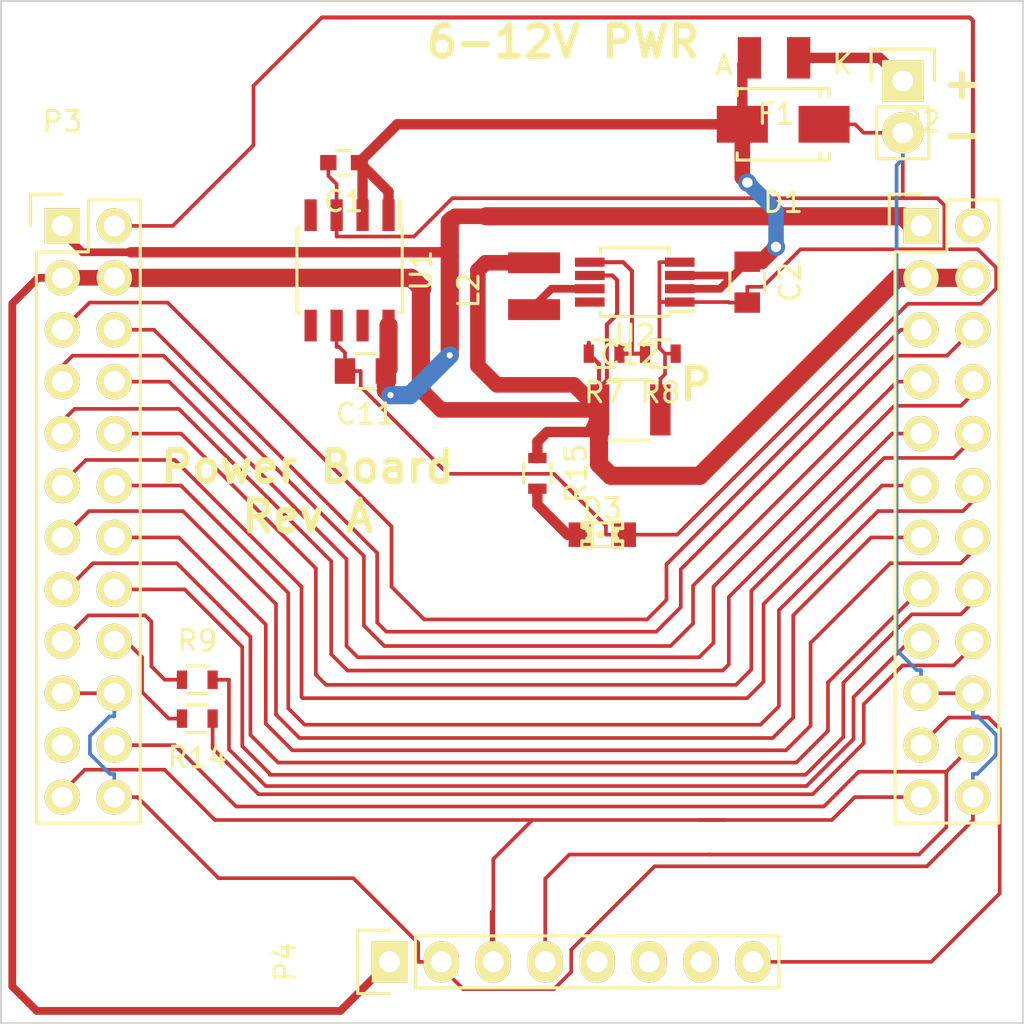
<source format=kicad_pcb>
(kicad_pcb (version 20171130) (host pcbnew "(5.1.12)-1")

  (general
    (thickness 1.6)
    (drawings 9)
    (tracks 401)
    (zones 0)
    (modules 19)
    (nets 37)
  )

  (page A4)
  (layers
    (0 F.Cu signal)
    (31 B.Cu signal)
    (32 B.Adhes user hide)
    (33 F.Adhes user hide)
    (34 B.Paste user hide)
    (35 F.Paste user hide)
    (36 B.SilkS user hide)
    (37 F.SilkS user hide)
    (38 B.Mask user hide)
    (39 F.Mask user hide)
    (40 Dwgs.User user hide)
    (41 Cmts.User user hide)
    (42 Eco1.User user hide)
    (43 Eco2.User user hide)
    (44 Edge.Cuts user)
    (45 Margin user hide)
    (46 B.CrtYd user hide)
    (47 F.CrtYd user hide)
    (48 B.Fab user hide)
    (49 F.Fab user hide)
  )

  (setup
    (last_trace_width 0.18)
    (user_trace_width 0.2)
    (user_trace_width 0.254)
    (user_trace_width 0.381)
    (user_trace_width 0.508)
    (user_trace_width 0.762)
    (user_trace_width 0.889)
    (trace_clearance 0.18)
    (zone_clearance 0.3)
    (zone_45_only no)
    (trace_min 0.18)
    (via_size 0.635)
    (via_drill 0.3)
    (via_min_size 0.635)
    (via_min_drill 0.3)
    (user_via 0.889 0.508)
    (user_via 2 1.2)
    (user_via 6 3.2)
    (uvia_size 0.508)
    (uvia_drill 0.127)
    (uvias_allowed no)
    (uvia_min_size 0.508)
    (uvia_min_drill 0.127)
    (edge_width 0.1)
    (segment_width 0.2)
    (pcb_text_width 0.3)
    (pcb_text_size 1.5 1.5)
    (mod_edge_width 0.15)
    (mod_text_size 1 1)
    (mod_text_width 0.15)
    (pad_size 2 3.4)
    (pad_drill 0)
    (pad_to_mask_clearance 0)
    (aux_axis_origin 0 0)
    (visible_elements 7FFFFFFF)
    (pcbplotparams
      (layerselection 0x010f0_80000001)
      (usegerberextensions true)
      (usegerberattributes true)
      (usegerberadvancedattributes true)
      (creategerberjobfile true)
      (excludeedgelayer true)
      (linewidth 0.100000)
      (plotframeref false)
      (viasonmask false)
      (mode 1)
      (useauxorigin false)
      (hpglpennumber 1)
      (hpglpenspeed 20)
      (hpglpendiameter 15.000000)
      (psnegative false)
      (psa4output false)
      (plotreference false)
      (plotvalue false)
      (plotinvisibletext false)
      (padsonsilk false)
      (subtractmaskfromsilk false)
      (outputformat 1)
      (mirror false)
      (drillshape 0)
      (scaleselection 1)
      (outputdirectory "out"))
  )

  (net 0 "")
  (net 1 +BATT)
  (net 2 GND)
  (net 3 +3V3)
  (net 4 +5V)
  (net 5 "Net-(F1-Pad1)")
  (net 6 "Net-(L2-Pad1)")
  (net 7 /MON_5VA)
  (net 8 /FPGA_SCK)
  (net 9 /FPGA_~CS0)
  (net 10 /FPGA_~CS1)
  (net 11 /FPGA_MISO)
  (net 12 /TRIGD)
  (net 13 /CAPTD)
  (net 14 /CLR)
  (net 15 /FPGA_MOSI)
  (net 16 /DAC_MOSI)
  (net 17 /DAC_SCLK)
  (net 18 /DAC_~SYNC)
  (net 19 /REG_EN)
  (net 20 "Net-(P3-Pad17)")
  (net 21 "Net-(P3-Pad18)")
  (net 22 /FPGA_SDA)
  (net 23 /FPGA_SCL)
  (net 24 "Net-(R7-Pad1)")
  (net 25 /Vb_MON)
  (net 26 /TEMPS)
  (net 27 "Net-(U1-Pad4)")
  (net 28 "Net-(U1-Pad5)")
  (net 29 "Net-(U1-Pad7)")
  (net 30 "Net-(U2-Pad8)")
  (net 31 "Net-(D3-Pad1)")
  (net 32 /ACC_INT)
  (net 33 "Net-(P3-Pad21)")
  (net 34 "Net-(P4-Pad5)")
  (net 35 "Net-(P4-Pad6)")
  (net 36 "Net-(P4-Pad7)")

  (net_class Default "This is the default net class."
    (clearance 0.18)
    (trace_width 0.18)
    (via_dia 0.635)
    (via_drill 0.3)
    (uvia_dia 0.508)
    (uvia_drill 0.127)
    (add_net +3V3)
    (add_net +5V)
    (add_net +BATT)
    (add_net /ACC_INT)
    (add_net /CAPTD)
    (add_net /CLR)
    (add_net /DAC_MOSI)
    (add_net /DAC_SCLK)
    (add_net /DAC_~SYNC)
    (add_net /FPGA_MISO)
    (add_net /FPGA_MOSI)
    (add_net /FPGA_SCK)
    (add_net /FPGA_SCL)
    (add_net /FPGA_SDA)
    (add_net /FPGA_~CS0)
    (add_net /FPGA_~CS1)
    (add_net /MON_5VA)
    (add_net /REG_EN)
    (add_net /TEMPS)
    (add_net /TRIGD)
    (add_net /Vb_MON)
    (add_net GND)
    (add_net "Net-(D3-Pad1)")
    (add_net "Net-(F1-Pad1)")
    (add_net "Net-(L2-Pad1)")
    (add_net "Net-(P3-Pad17)")
    (add_net "Net-(P3-Pad18)")
    (add_net "Net-(P3-Pad21)")
    (add_net "Net-(P4-Pad5)")
    (add_net "Net-(P4-Pad6)")
    (add_net "Net-(P4-Pad7)")
    (add_net "Net-(R7-Pad1)")
    (add_net "Net-(U1-Pad4)")
    (add_net "Net-(U1-Pad5)")
    (add_net "Net-(U1-Pad7)")
    (add_net "Net-(U2-Pad8)")
  )

  (module Capacitors_SMD:C_0603 (layer F.Cu) (tedit 5415D631) (tstamp 557EC51F)
    (at 116.76 87.905 180)
    (descr "Capacitor SMD 0603, reflow soldering, AVX (see smccp.pdf)")
    (tags "capacitor 0603")
    (path /557EA970)
    (attr smd)
    (fp_text reference C1 (at 0 -1.9 180) (layer F.SilkS)
      (effects (font (size 1 1) (thickness 0.15)))
    )
    (fp_text value 1u (at 0 1.9 180) (layer F.Fab)
      (effects (font (size 1 1) (thickness 0.15)))
    )
    (fp_line (start -1.45 -0.75) (end 1.45 -0.75) (layer F.CrtYd) (width 0.05))
    (fp_line (start -1.45 0.75) (end 1.45 0.75) (layer F.CrtYd) (width 0.05))
    (fp_line (start -1.45 -0.75) (end -1.45 0.75) (layer F.CrtYd) (width 0.05))
    (fp_line (start 1.45 -0.75) (end 1.45 0.75) (layer F.CrtYd) (width 0.05))
    (fp_line (start -0.35 -0.6) (end 0.35 -0.6) (layer F.SilkS) (width 0.15))
    (fp_line (start 0.35 0.6) (end -0.35 0.6) (layer F.SilkS) (width 0.15))
    (pad 1 smd rect (at -0.75 0 180) (size 0.8 0.75) (layers F.Cu F.Paste F.Mask)
      (net 1 +BATT))
    (pad 2 smd rect (at 0.75 0 180) (size 0.8 0.75) (layers F.Cu F.Paste F.Mask)
      (net 2 GND))
    (model Capacitors_SMD.3dshapes/C_0603.wrl
      (at (xyz 0 0 0))
      (scale (xyz 1 1 1))
      (rotate (xyz 0 0 0))
    )
  )

  (module Capacitors_SMD:C_0805 (layer F.Cu) (tedit 5415D6EA) (tstamp 557EC52B)
    (at 136.5 93.75 270)
    (descr "Capacitor SMD 0805, reflow soldering, AVX (see smccp.pdf)")
    (tags "capacitor 0805")
    (path /557DD239)
    (attr smd)
    (fp_text reference C2 (at 0 -2.1 270) (layer F.SilkS)
      (effects (font (size 1 1) (thickness 0.15)))
    )
    (fp_text value 10u (at 0 2.1 270) (layer F.Fab)
      (effects (font (size 1 1) (thickness 0.15)))
    )
    (fp_line (start -1.8 -1) (end 1.8 -1) (layer F.CrtYd) (width 0.05))
    (fp_line (start -1.8 1) (end 1.8 1) (layer F.CrtYd) (width 0.05))
    (fp_line (start -1.8 -1) (end -1.8 1) (layer F.CrtYd) (width 0.05))
    (fp_line (start 1.8 -1) (end 1.8 1) (layer F.CrtYd) (width 0.05))
    (fp_line (start 0.5 -0.85) (end -0.5 -0.85) (layer F.SilkS) (width 0.15))
    (fp_line (start -0.5 0.85) (end 0.5 0.85) (layer F.SilkS) (width 0.15))
    (pad 1 smd rect (at -1 0 270) (size 1 1.25) (layers F.Cu F.Paste F.Mask)
      (net 1 +BATT))
    (pad 2 smd rect (at 1 0 270) (size 1 1.25) (layers F.Cu F.Paste F.Mask)
      (net 2 GND))
    (model Capacitors_SMD.3dshapes/C_0805.wrl
      (at (xyz 0 0 0))
      (scale (xyz 1 1 1))
      (rotate (xyz 0 0 0))
    )
  )

  (module Capacitors_SMD:C_0805 (layer F.Cu) (tedit 5415D6EA) (tstamp 557EC597)
    (at 117.825 98.1 180)
    (descr "Capacitor SMD 0805, reflow soldering, AVX (see smccp.pdf)")
    (tags "capacitor 0805")
    (path /557EAAB0)
    (attr smd)
    (fp_text reference C11 (at 0 -2.1 180) (layer F.SilkS)
      (effects (font (size 1 1) (thickness 0.15)))
    )
    (fp_text value 4.7u (at 0 2.1 180) (layer F.Fab)
      (effects (font (size 1 1) (thickness 0.15)))
    )
    (fp_line (start -1.8 -1) (end 1.8 -1) (layer F.CrtYd) (width 0.05))
    (fp_line (start -1.8 1) (end 1.8 1) (layer F.CrtYd) (width 0.05))
    (fp_line (start -1.8 -1) (end -1.8 1) (layer F.CrtYd) (width 0.05))
    (fp_line (start 1.8 -1) (end 1.8 1) (layer F.CrtYd) (width 0.05))
    (fp_line (start 0.5 -0.85) (end -0.5 -0.85) (layer F.SilkS) (width 0.15))
    (fp_line (start -0.5 0.85) (end 0.5 0.85) (layer F.SilkS) (width 0.15))
    (pad 1 smd rect (at -1 0 180) (size 1 1.25) (layers F.Cu F.Paste F.Mask)
      (net 4 +5V))
    (pad 2 smd rect (at 1 0 180) (size 1 1.25) (layers F.Cu F.Paste F.Mask)
      (net 2 GND))
    (model Capacitors_SMD.3dshapes/C_0805.wrl
      (at (xyz 0 0 0))
      (scale (xyz 1 1 1))
      (rotate (xyz 0 0 0))
    )
  )

  (module Capacitors_SMD:C_1210 (layer F.Cu) (tedit 5415D85D) (tstamp 557EC5A3)
    (at 130.75 100)
    (descr "Capacitor SMD 1210, reflow soldering, AVX (see smccp.pdf)")
    (tags "capacitor 1210")
    (path /557DD1A3)
    (attr smd)
    (fp_text reference C12 (at 0 -2.7) (layer F.SilkS)
      (effects (font (size 1 1) (thickness 0.15)))
    )
    (fp_text value 22u (at 0 2.7) (layer F.Fab)
      (effects (font (size 1 1) (thickness 0.15)))
    )
    (fp_line (start -2.3 -1.6) (end 2.3 -1.6) (layer F.CrtYd) (width 0.05))
    (fp_line (start -2.3 1.6) (end 2.3 1.6) (layer F.CrtYd) (width 0.05))
    (fp_line (start -2.3 -1.6) (end -2.3 1.6) (layer F.CrtYd) (width 0.05))
    (fp_line (start 2.3 -1.6) (end 2.3 1.6) (layer F.CrtYd) (width 0.05))
    (fp_line (start 1 -1.475) (end -1 -1.475) (layer F.SilkS) (width 0.15))
    (fp_line (start -1 1.475) (end 1 1.475) (layer F.SilkS) (width 0.15))
    (pad 1 smd rect (at -1.5 0) (size 1 2.5) (layers F.Cu F.Paste F.Mask)
      (net 3 +3V3))
    (pad 2 smd rect (at 1.5 0) (size 1 2.5) (layers F.Cu F.Paste F.Mask)
      (net 2 GND))
    (model Capacitors_SMD.3dshapes/C_1210.wrl
      (at (xyz 0 0 0))
      (scale (xyz 1 1 1))
      (rotate (xyz 0 0 0))
    )
  )

  (module Diodes_SMD:Diode-SMA_Standard (layer F.Cu) (tedit 552FF239) (tstamp 557EC5DC)
    (at 138.26 86.03 180)
    (descr "Diode SMA")
    (tags "Diode SMA")
    (path /557B21D7)
    (attr smd)
    (fp_text reference D1 (at 0 -3.81 180) (layer F.SilkS)
      (effects (font (size 1 1) (thickness 0.15)))
    )
    (fp_text value >2A (at 0 4.3 180) (layer F.Fab)
      (effects (font (size 1 1) (thickness 0.15)))
    )
    (fp_circle (center 0 0) (end 0.20066 -0.0508) (layer F.Adhes) (width 0.381))
    (fp_line (start -3.5 -2) (end 3.5 -2) (layer F.CrtYd) (width 0.05))
    (fp_line (start 3.5 -2) (end 3.5 2) (layer F.CrtYd) (width 0.05))
    (fp_line (start 3.5 2) (end -3.5 2) (layer F.CrtYd) (width 0.05))
    (fp_line (start -3.5 2) (end -3.5 -2) (layer F.CrtYd) (width 0.05))
    (fp_line (start -1.79914 1.75006) (end -1.79914 1.39954) (layer F.SilkS) (width 0.15))
    (fp_line (start -1.79914 -1.75006) (end -1.79914 -1.39954) (layer F.SilkS) (width 0.15))
    (fp_line (start 2.25044 1.75006) (end 2.25044 1.39954) (layer F.SilkS) (width 0.15))
    (fp_line (start -2.25044 1.75006) (end -2.25044 1.39954) (layer F.SilkS) (width 0.15))
    (fp_line (start -2.25044 -1.75006) (end -2.25044 -1.39954) (layer F.SilkS) (width 0.15))
    (fp_line (start 2.25044 -1.75006) (end 2.25044 -1.39954) (layer F.SilkS) (width 0.15))
    (fp_line (start -2.25044 1.75006) (end 2.25044 1.75006) (layer F.SilkS) (width 0.15))
    (fp_line (start -2.25044 -1.75006) (end 2.25044 -1.75006) (layer F.SilkS) (width 0.15))
    (fp_text user K (at -2.9 2.95 180) (layer F.SilkS)
      (effects (font (size 1 1) (thickness 0.15)))
    )
    (fp_text user A (at 2.9 2.9 180) (layer F.SilkS)
      (effects (font (size 1 1) (thickness 0.15)))
    )
    (pad 1 smd rect (at -1.99898 0 180) (size 2.49936 1.80086) (layers F.Cu F.Paste F.Mask)
      (net 2 GND))
    (pad 2 smd rect (at 1.99898 0 180) (size 2.49936 1.80086) (layers F.Cu F.Paste F.Mask)
      (net 1 +BATT))
    (model Diodes_SMD.3dshapes/Diode-SMA_Standard.wrl
      (at (xyz 0 0 0))
      (scale (xyz 0.3937 0.3937 0.3937))
      (rotate (xyz 0 0 180))
    )
  )

  (module Fuse_Holders_and_Fuses:Fuse_SMD1206_Reflow (layer F.Cu) (tedit 557EC350) (tstamp 557EC5F7)
    (at 137.81 82.78 180)
    (descr "Fuse, Sicherung, SMD1206, Littlefuse-Wickmann, Reflow,")
    (tags "Fuse, Sicherung, SMD1206,  Littlefuse-Wickmann, Reflow,")
    (path /557B205A)
    (attr smd)
    (fp_text reference F1 (at -0.09906 -2.75082 180) (layer F.SilkS)
      (effects (font (size 1 1) (thickness 0.15)))
    )
    (fp_text value "2A poly" (at -0.44958 3.2004 180) (layer F.Fab)
      (effects (font (size 1 1) (thickness 0.15)))
    )
    (pad 1 smd rect (at -1.20396 0 270) (size 2.02946 1.14046) (layers F.Cu F.Paste F.Mask)
      (net 5 "Net-(F1-Pad1)"))
    (pad 2 smd rect (at 1.20396 0 270) (size 2.02946 1.14046) (layers F.Cu F.Paste F.Mask)
      (net 1 +BATT))
  )

  (module Inductors_NEOSID:Neosid_Inductor_SM-NE29_SMD1008 (layer F.Cu) (tedit 557EC350) (tstamp 557EC624)
    (at 126.075 93.95 90)
    (descr "Neosid, Inductor, SM-NE29, SMD1008, Festinduktivitaet, SMD,")
    (tags "Neosid, Inductor, SM-NE29, SMD1008, Festinduktivitaet, SMD,")
    (path /557DCD8F)
    (attr smd)
    (fp_text reference L2 (at -0.20066 -3.2004 90) (layer F.SilkS)
      (effects (font (size 1 1) (thickness 0.15)))
    )
    (fp_text value VLF252015MT-2R2M (at 0 3.2004 90) (layer F.Fab)
      (effects (font (size 1 1) (thickness 0.15)))
    )
    (pad 2 smd rect (at 1.14554 0 90) (size 1.02108 2.54) (layers F.Cu F.Paste F.Mask)
      (net 3 +3V3))
    (pad 1 smd rect (at -1.14554 0 90) (size 1.02108 2.54) (layers F.Cu F.Paste F.Mask)
      (net 6 "Net-(L2-Pad1)"))
  )

  (module Pin_Headers:Pin_Header_Straight_1x02 (layer F.Cu) (tedit 54EA090C) (tstamp 557EC635)
    (at 144.11 83.905)
    (descr "Through hole pin header")
    (tags "pin header")
    (path /557B1F3C)
    (fp_text reference P1 (at 0 -5.1) (layer F.SilkS)
      (effects (font (size 1 1) (thickness 0.15)))
    )
    (fp_text value "6V PWR" (at 0 -3.1) (layer F.Fab)
      (effects (font (size 1 1) (thickness 0.15)))
    )
    (fp_line (start 1.27 1.27) (end 1.27 3.81) (layer F.SilkS) (width 0.15))
    (fp_line (start 1.55 -1.55) (end 1.55 0) (layer F.SilkS) (width 0.15))
    (fp_line (start -1.75 -1.75) (end -1.75 4.3) (layer F.CrtYd) (width 0.05))
    (fp_line (start 1.75 -1.75) (end 1.75 4.3) (layer F.CrtYd) (width 0.05))
    (fp_line (start -1.75 -1.75) (end 1.75 -1.75) (layer F.CrtYd) (width 0.05))
    (fp_line (start -1.75 4.3) (end 1.75 4.3) (layer F.CrtYd) (width 0.05))
    (fp_line (start 1.27 1.27) (end -1.27 1.27) (layer F.SilkS) (width 0.15))
    (fp_line (start -1.55 0) (end -1.55 -1.55) (layer F.SilkS) (width 0.15))
    (fp_line (start -1.55 -1.55) (end 1.55 -1.55) (layer F.SilkS) (width 0.15))
    (fp_line (start -1.27 1.27) (end -1.27 3.81) (layer F.SilkS) (width 0.15))
    (fp_line (start -1.27 3.81) (end 1.27 3.81) (layer F.SilkS) (width 0.15))
    (pad 1 thru_hole rect (at 0 0) (size 2.032 2.032) (drill 1.016) (layers *.Cu *.Mask F.SilkS)
      (net 5 "Net-(F1-Pad1)"))
    (pad 2 thru_hole oval (at 0 2.54) (size 2.032 2.032) (drill 1.016) (layers *.Cu *.Mask F.SilkS)
      (net 2 GND))
    (model Pin_Headers.3dshapes/Pin_Header_Straight_1x02.wrl
      (offset (xyz 0 -1.269999980926514 0))
      (scale (xyz 1 1 1))
      (rotate (xyz 0 0 90))
    )
  )

  (module Pin_Headers:Pin_Header_Straight_2x12 (layer F.Cu) (tedit 557EC34F) (tstamp 557EC671)
    (at 103 91)
    (descr "Through hole pin header")
    (tags "pin header")
    (path /557F0E9C)
    (fp_text reference P3 (at 0 -5.1) (layer F.SilkS)
      (effects (font (size 1 1) (thickness 0.15)))
    )
    (fp_text value FPGA (at 0 -3.1) (layer F.Fab)
      (effects (font (size 1 1) (thickness 0.15)))
    )
    (fp_line (start -1.75 -1.75) (end -1.75 29.7) (layer F.CrtYd) (width 0.05))
    (fp_line (start 4.3 -1.75) (end 4.3 29.7) (layer F.CrtYd) (width 0.05))
    (fp_line (start -1.75 -1.75) (end 4.3 -1.75) (layer F.CrtYd) (width 0.05))
    (fp_line (start -1.75 29.7) (end 4.3 29.7) (layer F.CrtYd) (width 0.05))
    (fp_line (start 3.81 29.21) (end 3.81 -1.27) (layer F.SilkS) (width 0.15))
    (fp_line (start -1.27 1.27) (end -1.27 29.21) (layer F.SilkS) (width 0.15))
    (fp_line (start 3.81 29.21) (end -1.27 29.21) (layer F.SilkS) (width 0.15))
    (fp_line (start 3.81 -1.27) (end 1.27 -1.27) (layer F.SilkS) (width 0.15))
    (fp_line (start 0 -1.55) (end -1.55 -1.55) (layer F.SilkS) (width 0.15))
    (fp_line (start 1.27 -1.27) (end 1.27 1.27) (layer F.SilkS) (width 0.15))
    (fp_line (start 1.27 1.27) (end -1.27 1.27) (layer F.SilkS) (width 0.15))
    (fp_line (start -1.55 -1.55) (end -1.55 0) (layer F.SilkS) (width 0.15))
    (pad 1 thru_hole rect (at 0 0) (size 1.7272 1.7272) (drill 1.016) (layers *.Cu *.Mask F.SilkS)
      (net 4 +5V))
    (pad 2 thru_hole oval (at 2.54 0) (size 1.7272 1.7272) (drill 1.016) (layers *.Cu *.Mask F.SilkS)
      (net 7 /MON_5VA))
    (pad 3 thru_hole oval (at 0 2.54) (size 1.7272 1.7272) (drill 1.016) (layers *.Cu *.Mask F.SilkS)
      (net 3 +3V3))
    (pad 4 thru_hole oval (at 2.54 2.54) (size 1.7272 1.7272) (drill 1.016) (layers *.Cu *.Mask F.SilkS)
      (net 3 +3V3))
    (pad 5 thru_hole oval (at 0 5.08) (size 1.7272 1.7272) (drill 1.016) (layers *.Cu *.Mask F.SilkS)
      (net 8 /FPGA_SCK))
    (pad 6 thru_hole oval (at 2.54 5.08) (size 1.7272 1.7272) (drill 1.016) (layers *.Cu *.Mask F.SilkS)
      (net 9 /FPGA_~CS0))
    (pad 7 thru_hole oval (at 0 7.62) (size 1.7272 1.7272) (drill 1.016) (layers *.Cu *.Mask F.SilkS)
      (net 15 /FPGA_MOSI))
    (pad 8 thru_hole oval (at 2.54 7.62) (size 1.7272 1.7272) (drill 1.016) (layers *.Cu *.Mask F.SilkS)
      (net 11 /FPGA_MISO))
    (pad 9 thru_hole oval (at 0 10.16) (size 1.7272 1.7272) (drill 1.016) (layers *.Cu *.Mask F.SilkS)
      (net 12 /TRIGD))
    (pad 10 thru_hole oval (at 2.54 10.16) (size 1.7272 1.7272) (drill 1.016) (layers *.Cu *.Mask F.SilkS)
      (net 13 /CAPTD))
    (pad 11 thru_hole oval (at 0 12.7) (size 1.7272 1.7272) (drill 1.016) (layers *.Cu *.Mask F.SilkS)
      (net 14 /CLR))
    (pad 12 thru_hole oval (at 2.54 12.7) (size 1.7272 1.7272) (drill 1.016) (layers *.Cu *.Mask F.SilkS)
      (net 10 /FPGA_~CS1))
    (pad 13 thru_hole oval (at 0 15.24) (size 1.7272 1.7272) (drill 1.016) (layers *.Cu *.Mask F.SilkS)
      (net 16 /DAC_MOSI))
    (pad 14 thru_hole oval (at 2.54 15.24) (size 1.7272 1.7272) (drill 1.016) (layers *.Cu *.Mask F.SilkS)
      (net 17 /DAC_SCLK))
    (pad 15 thru_hole oval (at 0 17.78) (size 1.7272 1.7272) (drill 1.016) (layers *.Cu *.Mask F.SilkS)
      (net 18 /DAC_~SYNC))
    (pad 16 thru_hole oval (at 2.54 17.78) (size 1.7272 1.7272) (drill 1.016) (layers *.Cu *.Mask F.SilkS)
      (net 19 /REG_EN))
    (pad 17 thru_hole oval (at 0 20.32) (size 1.7272 1.7272) (drill 1.016) (layers *.Cu *.Mask F.SilkS)
      (net 20 "Net-(P3-Pad17)"))
    (pad 18 thru_hole oval (at 2.54 20.32) (size 1.7272 1.7272) (drill 1.016) (layers *.Cu *.Mask F.SilkS)
      (net 21 "Net-(P3-Pad18)"))
    (pad 19 thru_hole oval (at 0 22.86) (size 1.7272 1.7272) (drill 1.016) (layers *.Cu *.Mask F.SilkS)
      (net 2 GND))
    (pad 20 thru_hole oval (at 2.54 22.86) (size 1.7272 1.7272) (drill 1.016) (layers *.Cu *.Mask F.SilkS)
      (net 2 GND))
    (pad 21 thru_hole oval (at 0 25.4) (size 1.7272 1.7272) (drill 1.016) (layers *.Cu *.Mask F.SilkS)
      (net 33 "Net-(P3-Pad21)"))
    (pad 22 thru_hole oval (at 2.54 25.4) (size 1.7272 1.7272) (drill 1.016) (layers *.Cu *.Mask F.SilkS)
      (net 22 /FPGA_SDA))
    (pad 23 thru_hole oval (at 0 27.94) (size 1.7272 1.7272) (drill 1.016) (layers *.Cu *.Mask F.SilkS)
      (net 23 /FPGA_SCL))
    (pad 24 thru_hole oval (at 2.54 27.94) (size 1.7272 1.7272) (drill 1.016) (layers *.Cu *.Mask F.SilkS)
      (net 2 GND))
    (model Pin_Headers.3dshapes/Pin_Header_Straight_2x12.wrl
      (offset (xyz 1.269999980926514 -13.96999979019165 0))
      (scale (xyz 1 1 1))
      (rotate (xyz 0 0 90))
    )
  )

  (module Resistors_SMD:R_0603 (layer F.Cu) (tedit 5415CC62) (tstamp 557EC6F1)
    (at 129.5 97.25 180)
    (descr "Resistor SMD 0603, reflow soldering, Vishay (see dcrcw.pdf)")
    (tags "resistor 0603")
    (path /557DCF5E)
    (attr smd)
    (fp_text reference R7 (at 0 -1.9 180) (layer F.SilkS)
      (effects (font (size 1 1) (thickness 0.15)))
    )
    (fp_text value 715k (at 0 1.9 180) (layer F.Fab)
      (effects (font (size 1 1) (thickness 0.15)))
    )
    (fp_line (start -1.3 -0.8) (end 1.3 -0.8) (layer F.CrtYd) (width 0.05))
    (fp_line (start -1.3 0.8) (end 1.3 0.8) (layer F.CrtYd) (width 0.05))
    (fp_line (start -1.3 -0.8) (end -1.3 0.8) (layer F.CrtYd) (width 0.05))
    (fp_line (start 1.3 -0.8) (end 1.3 0.8) (layer F.CrtYd) (width 0.05))
    (fp_line (start 0.5 0.675) (end -0.5 0.675) (layer F.SilkS) (width 0.15))
    (fp_line (start -0.5 -0.675) (end 0.5 -0.675) (layer F.SilkS) (width 0.15))
    (pad 1 smd rect (at -0.75 0 180) (size 0.5 0.9) (layers F.Cu F.Paste F.Mask)
      (net 24 "Net-(R7-Pad1)"))
    (pad 2 smd rect (at 0.75 0 180) (size 0.5 0.9) (layers F.Cu F.Paste F.Mask)
      (net 3 +3V3))
    (model Resistors_SMD.3dshapes/R_0603.wrl
      (at (xyz 0 0 0))
      (scale (xyz 1 1 1))
      (rotate (xyz 0 0 0))
    )
  )

  (module Resistors_SMD:R_0603 (layer F.Cu) (tedit 5415CC62) (tstamp 557EC6FD)
    (at 132.25 97.25 180)
    (descr "Resistor SMD 0603, reflow soldering, Vishay (see dcrcw.pdf)")
    (tags "resistor 0603")
    (path /557DCFC0)
    (attr smd)
    (fp_text reference R8 (at 0 -1.9 180) (layer F.SilkS)
      (effects (font (size 1 1) (thickness 0.15)))
    )
    (fp_text value 180k (at 0 1.9 180) (layer F.Fab)
      (effects (font (size 1 1) (thickness 0.15)))
    )
    (fp_line (start -1.3 -0.8) (end 1.3 -0.8) (layer F.CrtYd) (width 0.05))
    (fp_line (start -1.3 0.8) (end 1.3 0.8) (layer F.CrtYd) (width 0.05))
    (fp_line (start -1.3 -0.8) (end -1.3 0.8) (layer F.CrtYd) (width 0.05))
    (fp_line (start 1.3 -0.8) (end 1.3 0.8) (layer F.CrtYd) (width 0.05))
    (fp_line (start 0.5 0.675) (end -0.5 0.675) (layer F.SilkS) (width 0.15))
    (fp_line (start -0.5 -0.675) (end 0.5 -0.675) (layer F.SilkS) (width 0.15))
    (pad 1 smd rect (at -0.75 0 180) (size 0.5 0.9) (layers F.Cu F.Paste F.Mask)
      (net 2 GND))
    (pad 2 smd rect (at 0.75 0 180) (size 0.5 0.9) (layers F.Cu F.Paste F.Mask)
      (net 24 "Net-(R7-Pad1)"))
    (model Resistors_SMD.3dshapes/R_0603.wrl
      (at (xyz 0 0 0))
      (scale (xyz 1 1 1))
      (rotate (xyz 0 0 0))
    )
  )

  (module Resistors_SMD:R_0603 (layer F.Cu) (tedit 5415CC62) (tstamp 557EC709)
    (at 109.6 113.2)
    (descr "Resistor SMD 0603, reflow soldering, Vishay (see dcrcw.pdf)")
    (tags "resistor 0603")
    (path /557F2E6F)
    (attr smd)
    (fp_text reference R9 (at 0 -1.9) (layer F.SilkS)
      (effects (font (size 1 1) (thickness 0.15)))
    )
    (fp_text value 10k (at 0 1.9) (layer F.Fab)
      (effects (font (size 1 1) (thickness 0.15)))
    )
    (fp_line (start -1.3 -0.8) (end 1.3 -0.8) (layer F.CrtYd) (width 0.05))
    (fp_line (start -1.3 0.8) (end 1.3 0.8) (layer F.CrtYd) (width 0.05))
    (fp_line (start -1.3 -0.8) (end -1.3 0.8) (layer F.CrtYd) (width 0.05))
    (fp_line (start 1.3 -0.8) (end 1.3 0.8) (layer F.CrtYd) (width 0.05))
    (fp_line (start 0.5 0.675) (end -0.5 0.675) (layer F.SilkS) (width 0.15))
    (fp_line (start -0.5 -0.675) (end 0.5 -0.675) (layer F.SilkS) (width 0.15))
    (pad 1 smd rect (at -0.75 0) (size 0.5 0.9) (layers F.Cu F.Paste F.Mask)
      (net 20 "Net-(P3-Pad17)"))
    (pad 2 smd rect (at 0.75 0) (size 0.5 0.9) (layers F.Cu F.Paste F.Mask)
      (net 25 /Vb_MON))
    (model Resistors_SMD.3dshapes/R_0603.wrl
      (at (xyz 0 0 0))
      (scale (xyz 1 1 1))
      (rotate (xyz 0 0 0))
    )
  )

  (module Resistors_SMD:R_0603 (layer F.Cu) (tedit 5415CC62) (tstamp 557EC745)
    (at 109.6 115.1 180)
    (descr "Resistor SMD 0603, reflow soldering, Vishay (see dcrcw.pdf)")
    (tags "resistor 0603")
    (path /557F27C1)
    (attr smd)
    (fp_text reference R14 (at 0 -1.9 180) (layer F.SilkS)
      (effects (font (size 1 1) (thickness 0.15)))
    )
    (fp_text value 10k (at 0 1.9 180) (layer F.Fab)
      (effects (font (size 1 1) (thickness 0.15)))
    )
    (fp_line (start -1.3 -0.8) (end 1.3 -0.8) (layer F.CrtYd) (width 0.05))
    (fp_line (start -1.3 0.8) (end 1.3 0.8) (layer F.CrtYd) (width 0.05))
    (fp_line (start -1.3 -0.8) (end -1.3 0.8) (layer F.CrtYd) (width 0.05))
    (fp_line (start 1.3 -0.8) (end 1.3 0.8) (layer F.CrtYd) (width 0.05))
    (fp_line (start 0.5 0.675) (end -0.5 0.675) (layer F.SilkS) (width 0.15))
    (fp_line (start -0.5 -0.675) (end 0.5 -0.675) (layer F.SilkS) (width 0.15))
    (pad 1 smd rect (at -0.75 0 180) (size 0.5 0.9) (layers F.Cu F.Paste F.Mask)
      (net 26 /TEMPS))
    (pad 2 smd rect (at 0.75 0 180) (size 0.5 0.9) (layers F.Cu F.Paste F.Mask)
      (net 21 "Net-(P3-Pad18)"))
    (model Resistors_SMD.3dshapes/R_0603.wrl
      (at (xyz 0 0 0))
      (scale (xyz 1 1 1))
      (rotate (xyz 0 0 0))
    )
  )

  (module SOIC_Packages:SOIC-8_3.9x4.9mm_Pitch1.27mm (layer F.Cu) (tedit 54130A77) (tstamp 557EC77E)
    (at 117.05 93.175 270)
    (descr "8-Lead Plastic Small Outline (SN) - Narrow, 3.90 mm Body [SOIC] (see Microchip Packaging Specification 00000049BS.pdf)")
    (tags "SOIC 1.27")
    (path /557EA6BB)
    (attr smd)
    (fp_text reference U1 (at 0 -3.5 270) (layer F.SilkS)
      (effects (font (size 1 1) (thickness 0.15)))
    )
    (fp_text value LK115D50 (at 0 3.5 270) (layer F.Fab)
      (effects (font (size 1 1) (thickness 0.15)))
    )
    (fp_line (start -3.75 -2.75) (end -3.75 2.75) (layer F.CrtYd) (width 0.05))
    (fp_line (start 3.75 -2.75) (end 3.75 2.75) (layer F.CrtYd) (width 0.05))
    (fp_line (start -3.75 -2.75) (end 3.75 -2.75) (layer F.CrtYd) (width 0.05))
    (fp_line (start -3.75 2.75) (end 3.75 2.75) (layer F.CrtYd) (width 0.05))
    (fp_line (start -2.075 -2.575) (end -2.075 -2.43) (layer F.SilkS) (width 0.15))
    (fp_line (start 2.075 -2.575) (end 2.075 -2.43) (layer F.SilkS) (width 0.15))
    (fp_line (start 2.075 2.575) (end 2.075 2.43) (layer F.SilkS) (width 0.15))
    (fp_line (start -2.075 2.575) (end -2.075 2.43) (layer F.SilkS) (width 0.15))
    (fp_line (start -2.075 -2.575) (end 2.075 -2.575) (layer F.SilkS) (width 0.15))
    (fp_line (start -2.075 2.575) (end 2.075 2.575) (layer F.SilkS) (width 0.15))
    (fp_line (start -2.075 -2.43) (end -3.475 -2.43) (layer F.SilkS) (width 0.15))
    (pad 1 smd rect (at -2.7 -1.905 270) (size 1.55 0.6) (layers F.Cu F.Paste F.Mask)
      (net 1 +BATT))
    (pad 2 smd rect (at -2.7 -0.635 270) (size 1.55 0.6) (layers F.Cu F.Paste F.Mask)
      (net 1 +BATT))
    (pad 3 smd rect (at -2.7 0.635 270) (size 1.55 0.6) (layers F.Cu F.Paste F.Mask)
      (net 2 GND))
    (pad 4 smd rect (at -2.7 1.905 270) (size 1.55 0.6) (layers F.Cu F.Paste F.Mask)
      (net 27 "Net-(U1-Pad4)"))
    (pad 5 smd rect (at 2.7 1.905 270) (size 1.55 0.6) (layers F.Cu F.Paste F.Mask)
      (net 28 "Net-(U1-Pad5)"))
    (pad 6 smd rect (at 2.7 0.635 270) (size 1.55 0.6) (layers F.Cu F.Paste F.Mask)
      (net 2 GND))
    (pad 7 smd rect (at 2.7 -0.635 270) (size 1.55 0.6) (layers F.Cu F.Paste F.Mask)
      (net 29 "Net-(U1-Pad7)"))
    (pad 8 smd rect (at 2.7 -1.905 270) (size 1.55 0.6) (layers F.Cu F.Paste F.Mask)
      (net 4 +5V))
    (model Housings_SOIC.3dshapes/SOIC-8_3.9x4.9mm_Pitch1.27mm.wrl
      (at (xyz 0 0 0))
      (scale (xyz 1 1 1))
      (rotate (xyz 0 0 0))
    )
  )

  (module SSOP_Packages:MSOP-8_3x3mm_Pitch0.65mm (layer F.Cu) (tedit 54130A77) (tstamp 557ED54C)
    (at 131 93.75 180)
    (descr "8-Lead Plastic Micro Small Outline Package (MS) [MSOP] (see Microchip Packaging Specification 00000049BS.pdf)")
    (tags "SSOP 0.65")
    (path /557DCD0E)
    (attr smd)
    (fp_text reference U2 (at 0 -2.6 180) (layer F.SilkS)
      (effects (font (size 1 1) (thickness 0.15)))
    )
    (fp_text value TPS62160 (at 0 2.6 180) (layer F.Fab)
      (effects (font (size 1 1) (thickness 0.15)))
    )
    (fp_line (start -3.2 -1.85) (end -3.2 1.85) (layer F.CrtYd) (width 0.05))
    (fp_line (start 3.2 -1.85) (end 3.2 1.85) (layer F.CrtYd) (width 0.05))
    (fp_line (start -3.2 -1.85) (end 3.2 -1.85) (layer F.CrtYd) (width 0.05))
    (fp_line (start -3.2 1.85) (end 3.2 1.85) (layer F.CrtYd) (width 0.05))
    (fp_line (start -1.675 -1.675) (end -1.675 -1.425) (layer F.SilkS) (width 0.15))
    (fp_line (start 1.675 -1.675) (end 1.675 -1.425) (layer F.SilkS) (width 0.15))
    (fp_line (start 1.675 1.675) (end 1.675 1.425) (layer F.SilkS) (width 0.15))
    (fp_line (start -1.675 1.675) (end -1.675 1.425) (layer F.SilkS) (width 0.15))
    (fp_line (start -1.675 -1.675) (end 1.675 -1.675) (layer F.SilkS) (width 0.15))
    (fp_line (start -1.675 1.675) (end 1.675 1.675) (layer F.SilkS) (width 0.15))
    (fp_line (start -1.675 -1.425) (end -2.925 -1.425) (layer F.SilkS) (width 0.15))
    (pad 1 smd rect (at -2.2 -0.975 180) (size 1.45 0.45) (layers F.Cu F.Paste F.Mask)
      (net 2 GND))
    (pad 2 smd rect (at -2.2 -0.325 180) (size 1.45 0.45) (layers F.Cu F.Paste F.Mask)
      (net 1 +BATT))
    (pad 3 smd rect (at -2.2 0.325 180) (size 1.45 0.45) (layers F.Cu F.Paste F.Mask)
      (net 1 +BATT))
    (pad 4 smd rect (at -2.2 0.975 180) (size 1.45 0.45) (layers F.Cu F.Paste F.Mask)
      (net 2 GND))
    (pad 5 smd rect (at 2.2 0.975 180) (size 1.45 0.45) (layers F.Cu F.Paste F.Mask)
      (net 24 "Net-(R7-Pad1)"))
    (pad 6 smd rect (at 2.2 0.325 180) (size 1.45 0.45) (layers F.Cu F.Paste F.Mask)
      (net 3 +3V3))
    (pad 7 smd rect (at 2.2 -0.325 180) (size 1.45 0.45) (layers F.Cu F.Paste F.Mask)
      (net 6 "Net-(L2-Pad1)"))
    (pad 8 smd rect (at 2.2 -0.975 180) (size 1.45 0.45) (layers F.Cu F.Paste F.Mask)
      (net 30 "Net-(U2-Pad8)"))
    (model Housings_SSOP.3dshapes/MSOP-8_3x3mm_Pitch0.65mm.wrl
      (at (xyz 0 0 0))
      (scale (xyz 1 1 1))
      (rotate (xyz 0 0 0))
    )
  )

  (module LEDs:LED-0805 (layer F.Cu) (tedit 5538B1C2) (tstamp 557EF450)
    (at 129.41 106.105)
    (descr "LED 0805 smd package")
    (tags "LED 0805 SMD")
    (path /557F0EB0)
    (attr smd)
    (fp_text reference D3 (at 0 -1.27) (layer F.SilkS)
      (effects (font (size 1 1) (thickness 0.15)))
    )
    (fp_text value GREEN (at 0 1.27) (layer F.Fab)
      (effects (font (size 1 1) (thickness 0.15)))
    )
    (fp_line (start -0.49784 0.29972) (end -0.49784 0.62484) (layer F.SilkS) (width 0.15))
    (fp_line (start -0.49784 0.62484) (end -0.99822 0.62484) (layer F.SilkS) (width 0.15))
    (fp_line (start -0.99822 0.29972) (end -0.99822 0.62484) (layer F.SilkS) (width 0.15))
    (fp_line (start -0.49784 0.29972) (end -0.99822 0.29972) (layer F.SilkS) (width 0.15))
    (fp_line (start -0.49784 -0.32258) (end -0.49784 -0.17272) (layer F.SilkS) (width 0.15))
    (fp_line (start -0.49784 -0.17272) (end -0.7493 -0.17272) (layer F.SilkS) (width 0.15))
    (fp_line (start -0.7493 -0.32258) (end -0.7493 -0.17272) (layer F.SilkS) (width 0.15))
    (fp_line (start -0.49784 -0.32258) (end -0.7493 -0.32258) (layer F.SilkS) (width 0.15))
    (fp_line (start -0.49784 0.17272) (end -0.49784 0.32258) (layer F.SilkS) (width 0.15))
    (fp_line (start -0.49784 0.32258) (end -0.7493 0.32258) (layer F.SilkS) (width 0.15))
    (fp_line (start -0.7493 0.17272) (end -0.7493 0.32258) (layer F.SilkS) (width 0.15))
    (fp_line (start -0.49784 0.17272) (end -0.7493 0.17272) (layer F.SilkS) (width 0.15))
    (fp_line (start -0.49784 -0.19812) (end -0.49784 0.19812) (layer F.SilkS) (width 0.15))
    (fp_line (start -0.49784 0.19812) (end -0.6731 0.19812) (layer F.SilkS) (width 0.15))
    (fp_line (start -0.6731 -0.19812) (end -0.6731 0.19812) (layer F.SilkS) (width 0.15))
    (fp_line (start -0.49784 -0.19812) (end -0.6731 -0.19812) (layer F.SilkS) (width 0.15))
    (fp_line (start 0.99822 0.29972) (end 0.99822 0.62484) (layer F.SilkS) (width 0.15))
    (fp_line (start 0.99822 0.62484) (end 0.49784 0.62484) (layer F.SilkS) (width 0.15))
    (fp_line (start 0.49784 0.29972) (end 0.49784 0.62484) (layer F.SilkS) (width 0.15))
    (fp_line (start 0.99822 0.29972) (end 0.49784 0.29972) (layer F.SilkS) (width 0.15))
    (fp_line (start 0.99822 -0.62484) (end 0.99822 -0.29972) (layer F.SilkS) (width 0.15))
    (fp_line (start 0.99822 -0.29972) (end 0.49784 -0.29972) (layer F.SilkS) (width 0.15))
    (fp_line (start 0.49784 -0.62484) (end 0.49784 -0.29972) (layer F.SilkS) (width 0.15))
    (fp_line (start 0.99822 -0.62484) (end 0.49784 -0.62484) (layer F.SilkS) (width 0.15))
    (fp_line (start 0.7493 0.17272) (end 0.7493 0.32258) (layer F.SilkS) (width 0.15))
    (fp_line (start 0.7493 0.32258) (end 0.49784 0.32258) (layer F.SilkS) (width 0.15))
    (fp_line (start 0.49784 0.17272) (end 0.49784 0.32258) (layer F.SilkS) (width 0.15))
    (fp_line (start 0.7493 0.17272) (end 0.49784 0.17272) (layer F.SilkS) (width 0.15))
    (fp_line (start 0.7493 -0.32258) (end 0.7493 -0.17272) (layer F.SilkS) (width 0.15))
    (fp_line (start 0.7493 -0.17272) (end 0.49784 -0.17272) (layer F.SilkS) (width 0.15))
    (fp_line (start 0.49784 -0.32258) (end 0.49784 -0.17272) (layer F.SilkS) (width 0.15))
    (fp_line (start 0.7493 -0.32258) (end 0.49784 -0.32258) (layer F.SilkS) (width 0.15))
    (fp_line (start 0.6731 -0.19812) (end 0.6731 0.19812) (layer F.SilkS) (width 0.15))
    (fp_line (start 0.6731 0.19812) (end 0.49784 0.19812) (layer F.SilkS) (width 0.15))
    (fp_line (start 0.49784 -0.19812) (end 0.49784 0.19812) (layer F.SilkS) (width 0.15))
    (fp_line (start 0.6731 -0.19812) (end 0.49784 -0.19812) (layer F.SilkS) (width 0.15))
    (fp_line (start 0 -0.09906) (end 0 0.09906) (layer F.SilkS) (width 0.15))
    (fp_line (start 0 0.09906) (end -0.19812 0.09906) (layer F.SilkS) (width 0.15))
    (fp_line (start -0.19812 -0.09906) (end -0.19812 0.09906) (layer F.SilkS) (width 0.15))
    (fp_line (start 0 -0.09906) (end -0.19812 -0.09906) (layer F.SilkS) (width 0.15))
    (fp_line (start -0.49784 -0.59944) (end -0.49784 -0.29972) (layer F.SilkS) (width 0.15))
    (fp_line (start -0.49784 -0.29972) (end -0.79756 -0.29972) (layer F.SilkS) (width 0.15))
    (fp_line (start -0.79756 -0.59944) (end -0.79756 -0.29972) (layer F.SilkS) (width 0.15))
    (fp_line (start -0.49784 -0.59944) (end -0.79756 -0.59944) (layer F.SilkS) (width 0.15))
    (fp_line (start -0.92456 -0.62484) (end -0.92456 -0.39878) (layer F.SilkS) (width 0.15))
    (fp_line (start -0.92456 -0.39878) (end -0.99822 -0.39878) (layer F.SilkS) (width 0.15))
    (fp_line (start -0.99822 -0.62484) (end -0.99822 -0.39878) (layer F.SilkS) (width 0.15))
    (fp_line (start -0.92456 -0.62484) (end -0.99822 -0.62484) (layer F.SilkS) (width 0.15))
    (fp_line (start -0.52324 0.57404) (end 0.52324 0.57404) (layer F.SilkS) (width 0.15))
    (fp_line (start 0.49784 -0.57404) (end -0.92456 -0.57404) (layer F.SilkS) (width 0.15))
    (fp_circle (center -0.84836 -0.44958) (end -0.89916 -0.50038) (layer F.SilkS) (width 0.15))
    (fp_arc (start -0.99822 0) (end -0.99822 0.34798) (angle -180) (layer F.SilkS) (width 0.15))
    (fp_arc (start 0.99822 0) (end 0.99822 -0.34798) (angle -180) (layer F.SilkS) (width 0.15))
    (pad 2 smd rect (at 1.04902 0 180) (size 1.19888 1.19888) (layers F.Cu F.Paste F.Mask)
      (net 2 GND))
    (pad 1 smd rect (at -1.04902 0 180) (size 1.19888 1.19888) (layers F.Cu F.Paste F.Mask)
      (net 31 "Net-(D3-Pad1)"))
  )

  (module Resistors_SMD:R_0603 (layer F.Cu) (tedit 5415CC62) (tstamp 557EF4D2)
    (at 126.235 103.105 270)
    (descr "Resistor SMD 0603, reflow soldering, Vishay (see dcrcw.pdf)")
    (tags "resistor 0603")
    (path /557F16E7)
    (attr smd)
    (fp_text reference R15 (at 0 -1.9 270) (layer F.SilkS)
      (effects (font (size 1 1) (thickness 0.15)))
    )
    (fp_text value 330 (at 0 1.9 270) (layer F.Fab)
      (effects (font (size 1 1) (thickness 0.15)))
    )
    (fp_line (start -1.3 -0.8) (end 1.3 -0.8) (layer F.CrtYd) (width 0.05))
    (fp_line (start -1.3 0.8) (end 1.3 0.8) (layer F.CrtYd) (width 0.05))
    (fp_line (start -1.3 -0.8) (end -1.3 0.8) (layer F.CrtYd) (width 0.05))
    (fp_line (start 1.3 -0.8) (end 1.3 0.8) (layer F.CrtYd) (width 0.05))
    (fp_line (start 0.5 0.675) (end -0.5 0.675) (layer F.SilkS) (width 0.15))
    (fp_line (start -0.5 -0.675) (end 0.5 -0.675) (layer F.SilkS) (width 0.15))
    (pad 1 smd rect (at -0.75 0 270) (size 0.5 0.9) (layers F.Cu F.Paste F.Mask)
      (net 3 +3V3))
    (pad 2 smd rect (at 0.75 0 270) (size 0.5 0.9) (layers F.Cu F.Paste F.Mask)
      (net 31 "Net-(D3-Pad1)"))
    (model Resistors_SMD.3dshapes/R_0603.wrl
      (at (xyz 0 0 0))
      (scale (xyz 1 1 1))
      (rotate (xyz 0 0 0))
    )
  )

  (module Pin_Headers:Pin_Header_Straight_2x12 (layer F.Cu) (tedit 55AE035C) (tstamp 55AE04E2)
    (at 145 91)
    (descr "Through hole pin header")
    (tags "pin header")
    (path /55AE0A5E)
    (fp_text reference P2 (at 0 -5.1) (layer F.SilkS)
      (effects (font (size 1 1) (thickness 0.15)))
    )
    (fp_text value FPGA (at 0 -3.1) (layer F.Fab)
      (effects (font (size 1 1) (thickness 0.15)))
    )
    (fp_line (start -1.75 -1.75) (end -1.75 29.7) (layer F.CrtYd) (width 0.05))
    (fp_line (start 4.3 -1.75) (end 4.3 29.7) (layer F.CrtYd) (width 0.05))
    (fp_line (start -1.75 -1.75) (end 4.3 -1.75) (layer F.CrtYd) (width 0.05))
    (fp_line (start -1.75 29.7) (end 4.3 29.7) (layer F.CrtYd) (width 0.05))
    (fp_line (start 3.81 29.21) (end 3.81 -1.27) (layer F.SilkS) (width 0.15))
    (fp_line (start -1.27 1.27) (end -1.27 29.21) (layer F.SilkS) (width 0.15))
    (fp_line (start 3.81 29.21) (end -1.27 29.21) (layer F.SilkS) (width 0.15))
    (fp_line (start 3.81 -1.27) (end 1.27 -1.27) (layer F.SilkS) (width 0.15))
    (fp_line (start 0 -1.55) (end -1.55 -1.55) (layer F.SilkS) (width 0.15))
    (fp_line (start 1.27 -1.27) (end 1.27 1.27) (layer F.SilkS) (width 0.15))
    (fp_line (start 1.27 1.27) (end -1.27 1.27) (layer F.SilkS) (width 0.15))
    (fp_line (start -1.55 -1.55) (end -1.55 0) (layer F.SilkS) (width 0.15))
    (pad 1 thru_hole rect (at 0 0) (size 1.7272 1.7272) (drill 1.016) (layers *.Cu *.Mask F.SilkS)
      (net 4 +5V))
    (pad 2 thru_hole oval (at 2.54 0) (size 1.7272 1.7272) (drill 1.016) (layers *.Cu *.Mask F.SilkS)
      (net 7 /MON_5VA))
    (pad 3 thru_hole oval (at 0 2.54) (size 1.7272 1.7272) (drill 1.016) (layers *.Cu *.Mask F.SilkS)
      (net 3 +3V3))
    (pad 4 thru_hole oval (at 2.54 2.54) (size 1.7272 1.7272) (drill 1.016) (layers *.Cu *.Mask F.SilkS)
      (net 3 +3V3))
    (pad 5 thru_hole oval (at 0 5.08) (size 1.7272 1.7272) (drill 1.016) (layers *.Cu *.Mask F.SilkS)
      (net 8 /FPGA_SCK))
    (pad 6 thru_hole oval (at 2.54 5.08) (size 1.7272 1.7272) (drill 1.016) (layers *.Cu *.Mask F.SilkS)
      (net 9 /FPGA_~CS0))
    (pad 7 thru_hole oval (at 0 7.62) (size 1.7272 1.7272) (drill 1.016) (layers *.Cu *.Mask F.SilkS)
      (net 15 /FPGA_MOSI))
    (pad 8 thru_hole oval (at 2.54 7.62) (size 1.7272 1.7272) (drill 1.016) (layers *.Cu *.Mask F.SilkS)
      (net 11 /FPGA_MISO))
    (pad 9 thru_hole oval (at 0 10.16) (size 1.7272 1.7272) (drill 1.016) (layers *.Cu *.Mask F.SilkS)
      (net 12 /TRIGD))
    (pad 10 thru_hole oval (at 2.54 10.16) (size 1.7272 1.7272) (drill 1.016) (layers *.Cu *.Mask F.SilkS)
      (net 13 /CAPTD))
    (pad 11 thru_hole oval (at 0 12.7) (size 1.7272 1.7272) (drill 1.016) (layers *.Cu *.Mask F.SilkS)
      (net 14 /CLR))
    (pad 12 thru_hole oval (at 2.54 12.7) (size 1.7272 1.7272) (drill 1.016) (layers *.Cu *.Mask F.SilkS)
      (net 10 /FPGA_~CS1))
    (pad 13 thru_hole oval (at 0 15.24) (size 1.7272 1.7272) (drill 1.016) (layers *.Cu *.Mask F.SilkS)
      (net 16 /DAC_MOSI))
    (pad 14 thru_hole oval (at 2.54 15.24) (size 1.7272 1.7272) (drill 1.016) (layers *.Cu *.Mask F.SilkS)
      (net 17 /DAC_SCLK))
    (pad 15 thru_hole oval (at 0 17.78) (size 1.7272 1.7272) (drill 1.016) (layers *.Cu *.Mask F.SilkS)
      (net 18 /DAC_~SYNC))
    (pad 16 thru_hole oval (at 2.54 17.78) (size 1.7272 1.7272) (drill 1.016) (layers *.Cu *.Mask F.SilkS)
      (net 19 /REG_EN))
    (pad 17 thru_hole oval (at 0 20.32) (size 1.7272 1.7272) (drill 1.016) (layers *.Cu *.Mask F.SilkS)
      (net 25 /Vb_MON))
    (pad 18 thru_hole oval (at 2.54 20.32) (size 1.7272 1.7272) (drill 1.016) (layers *.Cu *.Mask F.SilkS)
      (net 26 /TEMPS))
    (pad 19 thru_hole oval (at 0 22.86) (size 1.7272 1.7272) (drill 1.016) (layers *.Cu *.Mask F.SilkS)
      (net 2 GND))
    (pad 20 thru_hole oval (at 2.54 22.86) (size 1.7272 1.7272) (drill 1.016) (layers *.Cu *.Mask F.SilkS)
      (net 2 GND))
    (pad 21 thru_hole oval (at 0 25.4) (size 1.7272 1.7272) (drill 1.016) (layers *.Cu *.Mask F.SilkS)
      (net 32 /ACC_INT))
    (pad 22 thru_hole oval (at 2.54 25.4) (size 1.7272 1.7272) (drill 1.016) (layers *.Cu *.Mask F.SilkS)
      (net 22 /FPGA_SDA))
    (pad 23 thru_hole oval (at 0 27.94) (size 1.7272 1.7272) (drill 1.016) (layers *.Cu *.Mask F.SilkS)
      (net 23 /FPGA_SCL))
    (pad 24 thru_hole oval (at 2.54 27.94) (size 1.7272 1.7272) (drill 1.016) (layers *.Cu *.Mask F.SilkS)
      (net 2 GND))
    (model Pin_Headers.3dshapes/Pin_Header_Straight_2x12.wrl
      (offset (xyz 1.269999980926514 -13.96999979019165 0))
      (scale (xyz 1 1 1))
      (rotate (xyz 0 0 90))
    )
  )

  (module Pin_Headers:Pin_Header_Straight_1x08 (layer F.Cu) (tedit 55AE8088) (tstamp 55AE8164)
    (at 119 127 90)
    (descr "Through hole pin header")
    (tags "pin header")
    (path /55AE8E0C)
    (fp_text reference P4 (at 0 -5.1 90) (layer F.SilkS)
      (effects (font (size 1 1) (thickness 0.15)))
    )
    (fp_text value MPU9150 (at 0 -3.1 90) (layer F.Fab)
      (effects (font (size 1 1) (thickness 0.15)))
    )
    (fp_line (start -1.75 -1.75) (end -1.75 19.55) (layer F.CrtYd) (width 0.05))
    (fp_line (start 1.75 -1.75) (end 1.75 19.55) (layer F.CrtYd) (width 0.05))
    (fp_line (start -1.75 -1.75) (end 1.75 -1.75) (layer F.CrtYd) (width 0.05))
    (fp_line (start -1.75 19.55) (end 1.75 19.55) (layer F.CrtYd) (width 0.05))
    (fp_line (start 1.27 1.27) (end 1.27 19.05) (layer F.SilkS) (width 0.15))
    (fp_line (start 1.27 19.05) (end -1.27 19.05) (layer F.SilkS) (width 0.15))
    (fp_line (start -1.27 19.05) (end -1.27 1.27) (layer F.SilkS) (width 0.15))
    (fp_line (start 1.55 -1.55) (end 1.55 0) (layer F.SilkS) (width 0.15))
    (fp_line (start 1.27 1.27) (end -1.27 1.27) (layer F.SilkS) (width 0.15))
    (fp_line (start -1.55 0) (end -1.55 -1.55) (layer F.SilkS) (width 0.15))
    (fp_line (start -1.55 -1.55) (end 1.55 -1.55) (layer F.SilkS) (width 0.15))
    (pad 1 thru_hole rect (at 0 0 90) (size 2.032 1.7272) (drill 1.016) (layers *.Cu *.Mask F.SilkS)
      (net 3 +3V3))
    (pad 2 thru_hole oval (at 0 2.54 90) (size 2.032 1.7272) (drill 1.016) (layers *.Cu *.Mask F.SilkS)
      (net 2 GND))
    (pad 3 thru_hole oval (at 0 5.08 90) (size 2.032 1.7272) (drill 1.016) (layers *.Cu *.Mask F.SilkS)
      (net 23 /FPGA_SCL))
    (pad 4 thru_hole oval (at 0 7.62 90) (size 2.032 1.7272) (drill 1.016) (layers *.Cu *.Mask F.SilkS)
      (net 22 /FPGA_SDA))
    (pad 5 thru_hole oval (at 0 10.16 90) (size 2.032 1.7272) (drill 1.016) (layers *.Cu *.Mask F.SilkS)
      (net 34 "Net-(P4-Pad5)"))
    (pad 6 thru_hole oval (at 0 12.7 90) (size 2.032 1.7272) (drill 1.016) (layers *.Cu *.Mask F.SilkS)
      (net 35 "Net-(P4-Pad6)"))
    (pad 7 thru_hole oval (at 0 15.24 90) (size 2.032 1.7272) (drill 1.016) (layers *.Cu *.Mask F.SilkS)
      (net 36 "Net-(P4-Pad7)"))
    (pad 8 thru_hole oval (at 0 17.78 90) (size 2.032 1.7272) (drill 1.016) (layers *.Cu *.Mask F.SilkS)
      (net 32 /ACC_INT))
    (model Pin_Headers.3dshapes/Pin_Header_Straight_1x08.wrl
      (offset (xyz 0 -8.889999866485596 0))
      (scale (xyz 1 1 1))
      (rotate (xyz 0 0 90))
    )
  )

  (gr_text "6-12V PWR" (at 127.5 82) (layer F.SilkS)
    (effects (font (size 1.5 1.5) (thickness 0.3)))
  )
  (gr_text - (at 147 86.5) (layer F.SilkS)
    (effects (font (size 1.5 1.5) (thickness 0.3)))
  )
  (gr_text + (at 147 84) (layer F.SilkS)
    (effects (font (size 1.5 1.5) (thickness 0.3)))
  )
  (gr_text "Power Board\nRev A" (at 115 104) (layer F.SilkS)
    (effects (font (size 1.5 1.5) (thickness 0.3)))
  )
  (gr_text P (at 134 98.75) (layer F.SilkS)
    (effects (font (size 1.5 1.5) (thickness 0.3)))
  )
  (gr_line (start 100 130) (end 100 80) (angle 90) (layer Edge.Cuts) (width 0.1))
  (gr_line (start 150 130) (end 100 130) (angle 90) (layer Edge.Cuts) (width 0.1))
  (gr_line (start 150 80) (end 150 130) (angle 90) (layer Edge.Cuts) (width 0.1))
  (gr_line (start 100 80) (end 150 80) (angle 90) (layer Edge.Cuts) (width 0.1))

  (segment (start 117.685 87.8925) (end 117.5225 87.8925) (width 0.18) (layer F.Cu) (net 1))
  (segment (start 117.5225 87.8925) (end 117.51 87.905) (width 0.18) (layer F.Cu) (net 1))
  (segment (start 117.685 87.8925) (end 117.685 87.73) (width 0.508) (layer F.Cu) (net 1))
  (segment (start 117.685 90.475) (end 117.685 87.8925) (width 0.508) (layer F.Cu) (net 1))
  (segment (start 117.685 87.8925) (end 117.685 87.73) (width 0.508) (layer F.Cu) (net 1))
  (segment (start 118.955 90.475) (end 118.955 89.325) (width 0.508) (layer F.Cu) (net 1))
  (segment (start 118.955 89.325) (end 117.685 88.055) (width 0.508) (layer F.Cu) (net 1))
  (segment (start 117.685 88.055) (end 117.685 87.8925) (width 0.508) (layer F.Cu) (net 1))
  (segment (start 117.685 87.73) (end 119.385 86.03) (width 0.508) (layer F.Cu) (net 1))
  (segment (start 119.385 86.03) (end 136.261 86.03) (width 0.508) (layer F.Cu) (net 1))
  (segment (start 136.261 86.03) (end 136.261 83.125) (width 0.508) (layer F.Cu) (net 1))
  (segment (start 136.261 83.125) (end 136.606 82.78) (width 0.508) (layer F.Cu) (net 1))
  (segment (start 133.2 94.075) (end 135.175 94.075) (width 0.381) (layer F.Cu) (net 1))
  (segment (start 135.175 94.075) (end 135.825 93.425) (width 0.381) (layer F.Cu) (net 1))
  (segment (start 133.2 93.425) (end 135.825 93.425) (width 0.381) (layer F.Cu) (net 1))
  (segment (start 135.825 93.425) (end 136.5 92.75) (width 0.381) (layer F.Cu) (net 1))
  (segment (start 136.51 88.88) (end 137.91 90.28) (width 0.762) (layer B.Cu) (net 1))
  (segment (start 137.91 90.28) (end 137.91 92.03) (width 0.762) (layer B.Cu) (net 1))
  (segment (start 136.261 86.03) (end 136.261 88.631) (width 0.762) (layer F.Cu) (net 1))
  (segment (start 136.261 88.631) (end 136.51 88.88) (width 0.762) (layer F.Cu) (net 1))
  (segment (start 137.91 92.03) (end 137.19 92.75) (width 0.762) (layer F.Cu) (net 1))
  (segment (start 137.19 92.75) (end 136.5 92.75) (width 0.762) (layer F.Cu) (net 1))
  (via (at 137.91 92.03) (size 0.889) (drill 0.508) (layers F.Cu B.Cu) (net 1))
  (via (at 136.51 88.88) (size 0.889) (drill 0.508) (layers F.Cu B.Cu) (net 1))
  (segment (start 144.11 89.6455) (end 122.0749 89.6455) (width 0.18) (layer F.Cu) (net 2))
  (segment (start 122.0749 89.6455) (end 120.2003 91.5201) (width 0.18) (layer F.Cu) (net 2))
  (segment (start 120.2003 91.5201) (end 116.415 91.5201) (width 0.18) (layer F.Cu) (net 2))
  (segment (start 146.1426 92.1426) (end 146.1426 89.9891) (width 0.18) (layer F.Cu) (net 2))
  (segment (start 146.1426 89.9891) (end 145.799 89.6455) (width 0.18) (layer F.Cu) (net 2))
  (segment (start 145.799 89.6455) (end 144.11 89.6455) (width 0.18) (layer F.Cu) (net 2))
  (segment (start 144.11 87.7311) (end 144.11 89.6455) (width 0.18) (layer F.Cu) (net 2))
  (segment (start 116.415 90.475) (end 116.415 91.5201) (width 0.18) (layer F.Cu) (net 2))
  (segment (start 144.11 86.445) (end 144.11 87.7311) (width 0.18) (layer F.Cu) (net 2))
  (segment (start 146.1426 92.1426) (end 139.1074 92.1426) (width 0.18) (layer F.Cu) (net 2))
  (segment (start 139.1074 92.1426) (end 137.2701 93.9799) (width 0.18) (layer F.Cu) (net 2))
  (segment (start 137.2701 93.9799) (end 136.5 93.9799) (width 0.18) (layer F.Cu) (net 2))
  (segment (start 130.459 106.105) (end 133.0678 106.105) (width 0.18) (layer F.Cu) (net 2))
  (segment (start 133.0678 106.105) (end 144.3628 94.81) (width 0.18) (layer F.Cu) (net 2))
  (segment (start 144.3628 94.81) (end 147.93 94.81) (width 0.18) (layer F.Cu) (net 2))
  (segment (start 147.93 94.81) (end 148.6749 94.0651) (width 0.18) (layer F.Cu) (net 2))
  (segment (start 148.6749 94.0651) (end 148.6749 93.0394) (width 0.18) (layer F.Cu) (net 2))
  (segment (start 148.6749 93.0394) (end 147.7781 92.1426) (width 0.18) (layer F.Cu) (net 2))
  (segment (start 147.7781 92.1426) (end 146.1426 92.1426) (width 0.18) (layer F.Cu) (net 2))
  (segment (start 144.11 86.445) (end 142.1938 86.445) (width 0.18) (layer F.Cu) (net 2))
  (segment (start 142.1938 86.445) (end 141.7788 86.03) (width 0.18) (layer F.Cu) (net 2))
  (segment (start 130.0243 106.105) (end 130.459 106.105) (width 0.18) (layer F.Cu) (net 2))
  (segment (start 130.0243 106.105) (end 129.5895 106.105) (width 0.18) (layer F.Cu) (net 2))
  (segment (start 132.25 100) (end 132.25 98.4799) (width 0.18) (layer F.Cu) (net 2))
  (segment (start 132.25 98.4799) (end 132.4799 98.25) (width 0.18) (layer F.Cu) (net 2))
  (segment (start 132.4799 98.25) (end 132.4799 97.25) (width 0.18) (layer F.Cu) (net 2))
  (segment (start 136.5 94.75) (end 136.5 93.9799) (width 0.18) (layer F.Cu) (net 2))
  (segment (start 140.259 86.03) (end 141.7788 86.03) (width 0.18) (layer F.Cu) (net 2))
  (segment (start 147.54 118.94) (end 147.54 120.0737) (width 0.18) (layer F.Cu) (net 2))
  (segment (start 121.2751 127) (end 122.6056 128.3305) (width 0.18) (layer F.Cu) (net 2))
  (segment (start 122.6056 128.3305) (end 127.0471 128.3305) (width 0.18) (layer F.Cu) (net 2))
  (segment (start 127.0471 128.3305) (end 127.89 127.4876) (width 0.18) (layer F.Cu) (net 2))
  (segment (start 127.89 127.4876) (end 127.89 126.406) (width 0.18) (layer F.Cu) (net 2))
  (segment (start 127.89 126.406) (end 131.9711 122.3249) (width 0.18) (layer F.Cu) (net 2))
  (segment (start 131.9711 122.3249) (end 145.2888 122.3249) (width 0.18) (layer F.Cu) (net 2))
  (segment (start 145.2888 122.3249) (end 147.54 120.0737) (width 0.18) (layer F.Cu) (net 2))
  (segment (start 121.54 127) (end 121.2751 127) (width 0.18) (layer F.Cu) (net 2))
  (segment (start 120.9732 127) (end 120.4063 127) (width 0.18) (layer F.Cu) (net 2))
  (segment (start 120.9732 127) (end 121.2751 127) (width 0.18) (layer F.Cu) (net 2))
  (segment (start 105.54 113.86) (end 103 113.86) (width 0.18) (layer F.Cu) (net 2))
  (segment (start 105.54 113.86) (end 105.54 114.9937) (width 0.18) (layer B.Cu) (net 2))
  (segment (start 105.54 118.94) (end 105.54 117.8063) (width 0.18) (layer B.Cu) (net 2))
  (segment (start 105.54 117.8063) (end 105.3274 117.8063) (width 0.18) (layer B.Cu) (net 2))
  (segment (start 105.3274 117.8063) (end 104.3494 116.8283) (width 0.18) (layer B.Cu) (net 2))
  (segment (start 104.3494 116.8283) (end 104.3494 115.9494) (width 0.18) (layer B.Cu) (net 2))
  (segment (start 104.3494 115.9494) (end 105.3051 114.9937) (width 0.18) (layer B.Cu) (net 2))
  (segment (start 105.3051 114.9937) (end 105.54 114.9937) (width 0.18) (layer B.Cu) (net 2))
  (segment (start 144.11 86.445) (end 144.11 87.7311) (width 0.18) (layer B.Cu) (net 2))
  (segment (start 145 113.86) (end 145 112.7263) (width 0.18) (layer B.Cu) (net 2))
  (segment (start 145 112.7263) (end 144.7874 112.7263) (width 0.18) (layer B.Cu) (net 2))
  (segment (start 144.7874 112.7263) (end 143.8076 111.7465) (width 0.18) (layer B.Cu) (net 2))
  (segment (start 143.8076 111.7465) (end 143.8076 88.0335) (width 0.18) (layer B.Cu) (net 2))
  (segment (start 143.8076 88.0335) (end 144.11 87.7311) (width 0.18) (layer B.Cu) (net 2))
  (segment (start 147.54 113.86) (end 145 113.86) (width 0.18) (layer F.Cu) (net 2))
  (segment (start 147.54 113.86) (end 147.54 114.9937) (width 0.18) (layer B.Cu) (net 2))
  (segment (start 147.54 118.94) (end 147.54 117.8063) (width 0.18) (layer B.Cu) (net 2))
  (segment (start 133.2 94.725) (end 132.2049 94.725) (width 0.18) (layer F.Cu) (net 2))
  (segment (start 147.54 117.8063) (end 147.7526 117.8063) (width 0.18) (layer B.Cu) (net 2))
  (segment (start 147.7526 117.8063) (end 148.6833 116.8756) (width 0.18) (layer B.Cu) (net 2))
  (segment (start 148.6833 116.8756) (end 148.6833 115.9021) (width 0.18) (layer B.Cu) (net 2))
  (segment (start 148.6833 115.9021) (end 147.7749 114.9937) (width 0.18) (layer B.Cu) (net 2))
  (segment (start 147.7749 114.9937) (end 147.54 114.9937) (width 0.18) (layer B.Cu) (net 2))
  (segment (start 133 97.25) (end 132.4799 97.25) (width 0.18) (layer F.Cu) (net 2))
  (segment (start 132.4799 97.25) (end 132.2049 96.975) (width 0.18) (layer F.Cu) (net 2))
  (segment (start 132.2049 96.975) (end 132.2049 94.725) (width 0.18) (layer F.Cu) (net 2))
  (segment (start 116.01 87.905) (end 116.01 88.5501) (width 0.18) (layer F.Cu) (net 2))
  (segment (start 116.415 90.475) (end 116.415 88.9551) (width 0.18) (layer F.Cu) (net 2))
  (segment (start 116.415 88.9551) (end 116.01 88.5501) (width 0.18) (layer F.Cu) (net 2))
  (segment (start 116.415 95.875) (end 116.415 96.9201) (width 0.18) (layer F.Cu) (net 2))
  (segment (start 116.825 98.1) (end 116.825 97.2049) (width 0.18) (layer F.Cu) (net 2))
  (segment (start 116.415 96.9201) (end 116.5402 96.9201) (width 0.18) (layer F.Cu) (net 2))
  (segment (start 116.5402 96.9201) (end 116.825 97.2049) (width 0.18) (layer F.Cu) (net 2))
  (segment (start 136.5 94.75) (end 135.6049 94.75) (width 0.18) (layer F.Cu) (net 2))
  (segment (start 133.2 94.725) (end 135.5799 94.725) (width 0.18) (layer F.Cu) (net 2))
  (segment (start 135.5799 94.725) (end 135.6049 94.75) (width 0.18) (layer F.Cu) (net 2))
  (segment (start 133.2 92.775) (end 132.2049 92.775) (width 0.18) (layer F.Cu) (net 2))
  (segment (start 132.2049 92.775) (end 132.2049 94.725) (width 0.18) (layer F.Cu) (net 2))
  (segment (start 116.825 98.1) (end 117.5951 98.1) (width 0.18) (layer F.Cu) (net 2))
  (segment (start 129.5895 106.105) (end 129.5895 105.6703) (width 0.18) (layer F.Cu) (net 2))
  (segment (start 129.5895 105.6703) (end 127.0468 103.1276) (width 0.18) (layer F.Cu) (net 2))
  (segment (start 127.0468 103.1276) (end 121.8526 103.1276) (width 0.18) (layer F.Cu) (net 2))
  (segment (start 121.8526 103.1276) (end 117.5951 98.8701) (width 0.18) (layer F.Cu) (net 2))
  (segment (start 117.5951 98.8701) (end 117.5951 98.1) (width 0.18) (layer F.Cu) (net 2))
  (segment (start 105.54 118.94) (end 106.6737 118.94) (width 0.18) (layer F.Cu) (net 2))
  (segment (start 120.4063 127) (end 120.4063 126.0789) (width 0.18) (layer F.Cu) (net 2))
  (segment (start 120.4063 126.0789) (end 117.2336 122.9062) (width 0.18) (layer F.Cu) (net 2))
  (segment (start 117.2336 122.9062) (end 110.6399 122.9062) (width 0.18) (layer F.Cu) (net 2))
  (segment (start 110.6399 122.9062) (end 106.6737 118.94) (width 0.18) (layer F.Cu) (net 2))
  (segment (start 106.44 93.54) (end 120.065 93.54) (width 0.889) (layer F.Cu) (net 3))
  (segment (start 105.54 93.54) (end 106.44 93.54) (width 0.889) (layer F.Cu) (net 3))
  (segment (start 120.538 94.013) (end 120.538 99.0125) (width 0.889) (layer F.Cu) (net 3))
  (segment (start 120.538 99.0125) (end 120.6 99.075) (width 0.889) (layer F.Cu) (net 3))
  (segment (start 120.538 94.0125) (end 120.538 94.013) (width 0.889) (layer F.Cu) (net 3))
  (segment (start 120.538 94.013) (end 120.065 93.54) (width 0.762) (layer F.Cu) (net 3))
  (segment (start 120.6 94.075) (end 120.538 94.013) (width 0.762) (layer F.Cu) (net 3))
  (segment (start 129.25 100) (end 129.25 98.915) (width 0.2) (layer F.Cu) (net 3))
  (segment (start 103 93.54) (end 101.81 93.54) (width 0.381) (layer F.Cu) (net 3))
  (segment (start 101.81 93.54) (end 100.55 94.8) (width 0.381) (layer F.Cu) (net 3))
  (segment (start 100.55 94.8) (end 100.55 128.2) (width 0.381) (layer F.Cu) (net 3))
  (segment (start 100.55 128.2) (end 101.75 129.4) (width 0.381) (layer F.Cu) (net 3))
  (segment (start 101.75 129.4) (end 116.6 129.4) (width 0.381) (layer F.Cu) (net 3))
  (segment (start 116.6 129.4) (end 119 127) (width 0.381) (layer F.Cu) (net 3))
  (segment (start 129.25 100) (end 129.25 98.915) (width 0.2) (layer F.Cu) (net 3))
  (segment (start 129.25 98.915) (end 129.635 98.53) (width 0.2) (layer F.Cu) (net 3))
  (segment (start 129.635 98.53) (end 129.635 95.83) (width 0.2) (layer F.Cu) (net 3))
  (segment (start 129.635 95.83) (end 130.135 95.33) (width 0.2) (layer F.Cu) (net 3))
  (segment (start 130.135 95.33) (end 130.135 93.655) (width 0.2) (layer F.Cu) (net 3))
  (segment (start 130.135 93.655) (end 129.905 93.425) (width 0.2) (layer F.Cu) (net 3))
  (segment (start 129.905 93.425) (end 128.8 93.425) (width 0.2) (layer F.Cu) (net 3))
  (segment (start 128.75 96.715) (end 128.75 97.25) (width 0.2) (layer F.Cu) (net 3))
  (segment (start 126.235 102.355) (end 126.235 101.555) (width 0.508) (layer F.Cu) (net 3))
  (segment (start 126.235 101.555) (end 126.71 101.08) (width 0.508) (layer F.Cu) (net 3))
  (segment (start 126.71 101.08) (end 128.76 101.08) (width 0.508) (layer F.Cu) (net 3))
  (segment (start 128.76 101.08) (end 129.25 100) (width 0.508) (layer F.Cu) (net 3))
  (segment (start 129.25 98.915) (end 129.25 97.75) (width 0.2) (layer F.Cu) (net 3))
  (segment (start 129.25 97.75) (end 128.75 97.25) (width 0.2) (layer F.Cu) (net 3))
  (segment (start 145 93.54) (end 147.54 93.54) (width 0.889) (layer F.Cu) (net 3))
  (segment (start 129.25 100) (end 129.25 102.65) (width 0.889) (layer F.Cu) (net 3))
  (segment (start 129.25 102.65) (end 129.825 103.225) (width 0.889) (layer F.Cu) (net 3))
  (segment (start 129.825 103.225) (end 134.175 103.225) (width 0.889) (layer F.Cu) (net 3))
  (segment (start 134.175 103.225) (end 143.86 93.54) (width 0.889) (layer F.Cu) (net 3))
  (segment (start 143.86 93.54) (end 145 93.54) (width 0.889) (layer F.Cu) (net 3))
  (segment (start 129.25 100) (end 121.525 100) (width 0.762) (layer F.Cu) (net 3))
  (segment (start 121.525 100) (end 120.6 99.075) (width 0.762) (layer F.Cu) (net 3))
  (segment (start 120.065 93.54) (end 120.538 94.0125) (width 0.889) (layer F.Cu) (net 3))
  (segment (start 120.538 94.0125) (end 120.6 94.075) (width 0.889) (layer F.Cu) (net 3))
  (segment (start 105.54 93.54) (end 103 93.54) (width 0.762) (layer F.Cu) (net 3))
  (segment (start 129.25 100) (end 128.062 98.8125) (width 0.762) (layer F.Cu) (net 3))
  (segment (start 128.062 98.8125) (end 128.025 98.775) (width 0.762) (layer F.Cu) (net 3))
  (segment (start 128.025 98.775) (end 124.25 98.775) (width 0.762) (layer F.Cu) (net 3))
  (segment (start 124.25 98.775) (end 123.325 97.85) (width 0.762) (layer F.Cu) (net 3))
  (segment (start 123.325 97.85) (end 123.325 93.175) (width 0.762) (layer F.Cu) (net 3))
  (segment (start 123.325 93.175) (end 123.696 92.8045) (width 0.762) (layer F.Cu) (net 3))
  (segment (start 123.696 92.8045) (end 126.075 92.8045) (width 0.762) (layer F.Cu) (net 3))
  (segment (start 106.44 93.54) (end 105.54 93.54) (width 0.508) (layer F.Cu) (net 3))
  (segment (start 106.34 92.29) (end 121.79 92.29) (width 0.508) (layer F.Cu) (net 4))
  (segment (start 121.79 92.29) (end 121.95 92.45) (width 0.508) (layer F.Cu) (net 4))
  (segment (start 103 91) (end 103 91.3) (width 0.381) (layer F.Cu) (net 4))
  (segment (start 103 91.3) (end 103.99 92.29) (width 0.381) (layer F.Cu) (net 4))
  (segment (start 103.99 92.29) (end 106.34 92.29) (width 0.381) (layer F.Cu) (net 4))
  (segment (start 118.955 95.875) (end 118.955 97.97) (width 0.889) (layer F.Cu) (net 4))
  (segment (start 118.955 97.97) (end 118.825 98.1) (width 0.889) (layer F.Cu) (net 4))
  (segment (start 121.95 97.33) (end 120 99.28) (width 0.889) (layer B.Cu) (net 4))
  (segment (start 120 99.28) (end 119.05 99.28) (width 0.889) (layer B.Cu) (net 4))
  (segment (start 119.05 99.28) (end 118.825 99.055) (width 0.889) (layer F.Cu) (net 4))
  (segment (start 118.825 99.055) (end 118.825 98.1) (width 0.889) (layer F.Cu) (net 4))
  (segment (start 121.95 92.45) (end 121.95 97.33) (width 0.889) (layer F.Cu) (net 4))
  (segment (start 145 91) (end 144.57 91) (width 0.889) (layer F.Cu) (net 4))
  (segment (start 144.57 91) (end 144.1 90.53) (width 0.889) (layer F.Cu) (net 4))
  (segment (start 144.1 90.53) (end 123.72 90.53) (width 0.889) (layer F.Cu) (net 4))
  (segment (start 123.72 90.53) (end 122.22 90.53) (width 0.762) (layer F.Cu) (net 4))
  (segment (start 122.22 90.53) (end 122.07 90.68) (width 0.762) (layer F.Cu) (net 4))
  (segment (start 122.07 90.68) (end 121.95 90.8) (width 0.889) (layer F.Cu) (net 4))
  (segment (start 121.95 90.8) (end 121.95 92.45) (width 0.889) (layer F.Cu) (net 4))
  (via (at 121.95 97.33) (size 0.635) (layers F.Cu B.Cu) (net 4))
  (via (at 119.05 99.28) (size 0.635) (layers F.Cu B.Cu) (net 4))
  (segment (start 139.014 82.78) (end 142.985 82.78) (width 0.508) (layer F.Cu) (net 5))
  (segment (start 142.985 82.78) (end 144.11 83.905) (width 0.508) (layer F.Cu) (net 5))
  (segment (start 128.8 94.075) (end 126.925 94.075) (width 0.381) (layer F.Cu) (net 6))
  (segment (start 126.925 94.075) (end 126.075 94.925) (width 0.381) (layer F.Cu) (net 6))
  (segment (start 126.075 94.925) (end 126.075 95.0955) (width 0.381) (layer F.Cu) (net 6))
  (segment (start 115.695 80.805) (end 147.385 80.805) (width 0.2) (layer F.Cu) (net 7))
  (segment (start 147.385 80.805) (end 147.54 80.96) (width 0.2) (layer F.Cu) (net 7))
  (segment (start 147.54 80.96) (end 147.54 91) (width 0.2) (layer F.Cu) (net 7))
  (segment (start 105.54 91) (end 108.4 91) (width 0.18) (layer F.Cu) (net 7))
  (segment (start 108.4 91) (end 112.35 87.05) (width 0.18) (layer F.Cu) (net 7))
  (segment (start 112.35 87.05) (end 112.35 84.15) (width 0.18) (layer F.Cu) (net 7))
  (segment (start 112.35 84.15) (end 115.695 80.805) (width 0.18) (layer F.Cu) (net 7))
  (segment (start 145 96.08) (end 144.02 96.08) (width 0.18) (layer F.Cu) (net 8))
  (segment (start 144.02 96.08) (end 132.55 107.55) (width 0.18) (layer F.Cu) (net 8))
  (segment (start 132.55 107.55) (end 132.55 109.3) (width 0.18) (layer F.Cu) (net 8))
  (segment (start 132.55 109.3) (end 131.6 110.25) (width 0.18) (layer F.Cu) (net 8))
  (segment (start 131.6 110.25) (end 120.7 110.25) (width 0.18) (layer F.Cu) (net 8))
  (segment (start 120.7 110.25) (end 119.1 108.65) (width 0.18) (layer F.Cu) (net 8))
  (segment (start 119.1 108.65) (end 119.1 105.7) (width 0.18) (layer F.Cu) (net 8))
  (segment (start 119.1 105.7) (end 108.15 94.75) (width 0.18) (layer F.Cu) (net 8))
  (segment (start 108.15 94.75) (end 104.33 94.75) (width 0.18) (layer F.Cu) (net 8))
  (segment (start 104.33 94.75) (end 103 96.08) (width 0.18) (layer F.Cu) (net 8))
  (segment (start 105.54 96.08) (end 107.48 96.08) (width 0.18) (layer F.Cu) (net 9))
  (segment (start 107.48 96.08) (end 118.4 107) (width 0.18) (layer F.Cu) (net 9))
  (segment (start 118.4 107) (end 118.4 110.4) (width 0.18) (layer F.Cu) (net 9))
  (segment (start 118.4 110.4) (end 118.85 110.85) (width 0.18) (layer F.Cu) (net 9))
  (segment (start 118.85 110.85) (end 132.05 110.85) (width 0.18) (layer F.Cu) (net 9))
  (segment (start 132.05 110.85) (end 133.25 109.65) (width 0.18) (layer F.Cu) (net 9))
  (segment (start 133.25 109.65) (end 133.25 107.8) (width 0.18) (layer F.Cu) (net 9))
  (segment (start 133.25 107.8) (end 143.7 97.35) (width 0.18) (layer F.Cu) (net 9))
  (segment (start 143.7 97.35) (end 146.27 97.35) (width 0.18) (layer F.Cu) (net 9))
  (segment (start 146.27 97.35) (end 147.54 96.08) (width 0.18) (layer F.Cu) (net 9))
  (segment (start 147.54 103.7) (end 147.54 104.46) (width 0.18) (layer F.Cu) (net 10))
  (segment (start 147.54 104.46) (end 147.05 104.95) (width 0.18) (layer F.Cu) (net 10))
  (segment (start 147.05 104.95) (end 142.9 104.95) (width 0.18) (layer F.Cu) (net 10))
  (segment (start 142.9 104.95) (end 138.05 109.8) (width 0.18) (layer F.Cu) (net 10))
  (segment (start 138.05 109.8) (end 138.05 114.5) (width 0.18) (layer F.Cu) (net 10))
  (segment (start 138.05 114.5) (end 137.15 115.4) (width 0.18) (layer F.Cu) (net 10))
  (segment (start 137.15 115.4) (end 114.85 115.4) (width 0.18) (layer F.Cu) (net 10))
  (segment (start 114.85 115.4) (end 114.05 114.6) (width 0.18) (layer F.Cu) (net 10))
  (segment (start 114.05 114.6) (end 114.05 108.95) (width 0.18) (layer F.Cu) (net 10))
  (segment (start 114.05 108.95) (end 108.8 103.7) (width 0.18) (layer F.Cu) (net 10))
  (segment (start 108.8 103.7) (end 105.54 103.7) (width 0.18) (layer F.Cu) (net 10))
  (segment (start 147.54 98.62) (end 147.54 99.21) (width 0.18) (layer F.Cu) (net 11))
  (segment (start 147.54 99.21) (end 146.95 99.8) (width 0.18) (layer F.Cu) (net 11))
  (segment (start 146.95 99.8) (end 143.7 99.8) (width 0.18) (layer F.Cu) (net 11))
  (segment (start 143.7 99.8) (end 134.85 108.65) (width 0.18) (layer F.Cu) (net 11))
  (segment (start 134.85 108.65) (end 134.85 111.4) (width 0.18) (layer F.Cu) (net 11))
  (segment (start 134.85 111.4) (end 134.15 112.1) (width 0.18) (layer F.Cu) (net 11))
  (segment (start 134.15 112.1) (end 117.45 112.1) (width 0.18) (layer F.Cu) (net 11))
  (segment (start 117.45 112.1) (end 116.9 111.55) (width 0.18) (layer F.Cu) (net 11))
  (segment (start 116.9 111.55) (end 116.9 107.3) (width 0.18) (layer F.Cu) (net 11))
  (segment (start 116.9 107.3) (end 108.22 98.62) (width 0.18) (layer F.Cu) (net 11))
  (segment (start 108.22 98.62) (end 105.54 98.62) (width 0.18) (layer F.Cu) (net 11))
  (segment (start 103 101.16) (end 103 100.55) (width 0.18) (layer F.Cu) (net 12))
  (segment (start 103 100.55) (end 103.6 99.95) (width 0.18) (layer F.Cu) (net 12))
  (segment (start 103.6 99.95) (end 108.7 99.95) (width 0.18) (layer F.Cu) (net 12))
  (segment (start 108.7 99.95) (end 116.15 107.4) (width 0.18) (layer F.Cu) (net 12))
  (segment (start 116.15 107.4) (end 116.15 111.95) (width 0.18) (layer F.Cu) (net 12))
  (segment (start 116.15 111.95) (end 116.95 112.75) (width 0.18) (layer F.Cu) (net 12))
  (segment (start 116.95 112.75) (end 135.3 112.75) (width 0.18) (layer F.Cu) (net 12))
  (segment (start 135.3 112.75) (end 135.6 112.45) (width 0.18) (layer F.Cu) (net 12))
  (segment (start 135.6 112.45) (end 135.6 109.15) (width 0.18) (layer F.Cu) (net 12))
  (segment (start 135.6 109.15) (end 143.59 101.16) (width 0.18) (layer F.Cu) (net 12))
  (segment (start 143.59 101.16) (end 145 101.16) (width 0.18) (layer F.Cu) (net 12))
  (segment (start 147.54 101.16) (end 147.54 101.41) (width 0.18) (layer F.Cu) (net 13))
  (segment (start 147.54 101.41) (end 146.6 102.35) (width 0.18) (layer F.Cu) (net 13))
  (segment (start 146.6 102.35) (end 143.2 102.35) (width 0.18) (layer F.Cu) (net 13))
  (segment (start 143.2 102.35) (end 136.7 108.85) (width 0.18) (layer F.Cu) (net 13))
  (segment (start 136.7 108.85) (end 136.7 112.7) (width 0.18) (layer F.Cu) (net 13))
  (segment (start 136.7 112.7) (end 135.95 113.45) (width 0.18) (layer F.Cu) (net 13))
  (segment (start 135.95 113.45) (end 115.9 113.45) (width 0.18) (layer F.Cu) (net 13))
  (segment (start 115.9 113.45) (end 115.4 112.95) (width 0.18) (layer F.Cu) (net 13))
  (segment (start 115.4 112.95) (end 115.4 107.75) (width 0.18) (layer F.Cu) (net 13))
  (segment (start 115.4 107.75) (end 108.81 101.16) (width 0.18) (layer F.Cu) (net 13))
  (segment (start 108.81 101.16) (end 105.54 101.16) (width 0.18) (layer F.Cu) (net 13))
  (segment (start 103 103.7) (end 103 103.6) (width 0.18) (layer F.Cu) (net 14))
  (segment (start 103 103.6) (end 104.15 102.45) (width 0.18) (layer F.Cu) (net 14))
  (segment (start 104.15 102.45) (end 108.5 102.45) (width 0.18) (layer F.Cu) (net 14))
  (segment (start 108.5 102.45) (end 114.7 108.65) (width 0.18) (layer F.Cu) (net 14))
  (segment (start 114.7 108.65) (end 114.7 114.05) (width 0.18) (layer F.Cu) (net 14))
  (segment (start 114.7 114.05) (end 114.75 114.1) (width 0.18) (layer F.Cu) (net 14))
  (segment (start 114.75 114.1) (end 136.5 114.1) (width 0.18) (layer F.Cu) (net 14))
  (segment (start 136.5 114.1) (end 137.3 113.3) (width 0.18) (layer F.Cu) (net 14))
  (segment (start 137.3 113.3) (end 137.3 109.5) (width 0.18) (layer F.Cu) (net 14))
  (segment (start 137.3 109.5) (end 143.1 103.7) (width 0.18) (layer F.Cu) (net 14))
  (segment (start 143.1 103.7) (end 145 103.7) (width 0.18) (layer F.Cu) (net 14))
  (segment (start 103 98.62) (end 103 97.85) (width 0.18) (layer F.Cu) (net 15))
  (segment (start 103 97.85) (end 103.5 97.35) (width 0.18) (layer F.Cu) (net 15))
  (segment (start 103.5 97.35) (end 107.95 97.35) (width 0.18) (layer F.Cu) (net 15))
  (segment (start 107.95 97.35) (end 117.75 107.15) (width 0.18) (layer F.Cu) (net 15))
  (segment (start 117.75 107.15) (end 117.75 110.55) (width 0.18) (layer F.Cu) (net 15))
  (segment (start 117.75 110.55) (end 118.75 111.55) (width 0.18) (layer F.Cu) (net 15))
  (segment (start 118.75 111.55) (end 132.75 111.55) (width 0.18) (layer F.Cu) (net 15))
  (segment (start 132.75 111.55) (end 133.85 110.45) (width 0.18) (layer F.Cu) (net 15))
  (segment (start 133.85 110.45) (end 133.85 108.6) (width 0.18) (layer F.Cu) (net 15))
  (segment (start 133.85 108.6) (end 143.83 98.62) (width 0.18) (layer F.Cu) (net 15))
  (segment (start 143.83 98.62) (end 145 98.62) (width 0.18) (layer F.Cu) (net 15))
  (segment (start 103 106.24) (end 103.01 106.24) (width 0.18) (layer F.Cu) (net 16))
  (segment (start 103.01 106.24) (end 104.3 104.95) (width 0.18) (layer F.Cu) (net 16))
  (segment (start 104.3 104.95) (end 108.9 104.95) (width 0.18) (layer F.Cu) (net 16))
  (segment (start 108.9 104.95) (end 113.45 109.5) (width 0.18) (layer F.Cu) (net 16))
  (segment (start 113.45 109.5) (end 113.45 114.9) (width 0.18) (layer F.Cu) (net 16))
  (segment (start 113.45 114.9) (end 114.6 116.05) (width 0.18) (layer F.Cu) (net 16))
  (segment (start 114.6 116.05) (end 137.75 116.05) (width 0.18) (layer F.Cu) (net 16))
  (segment (start 137.75 116.05) (end 138.75 115.05) (width 0.18) (layer F.Cu) (net 16))
  (segment (start 138.75 115.05) (end 138.75 110.05) (width 0.18) (layer F.Cu) (net 16))
  (segment (start 138.75 110.05) (end 142.56 106.24) (width 0.18) (layer F.Cu) (net 16))
  (segment (start 142.56 106.24) (end 145 106.24) (width 0.18) (layer F.Cu) (net 16))
  (segment (start 112.95 110.95) (end 112.95 110.5) (width 0.18) (layer F.Cu) (net 17))
  (segment (start 112.95 110.5) (end 108.69 106.24) (width 0.18) (layer F.Cu) (net 17))
  (segment (start 108.69 106.24) (end 105.54 106.24) (width 0.18) (layer F.Cu) (net 17))
  (segment (start 112.95 111) (end 112.95 110.95) (width 0.18) (layer F.Cu) (net 17))
  (segment (start 147.54 106.24) (end 147.54 106.91) (width 0.18) (layer F.Cu) (net 17))
  (segment (start 147.54 106.91) (end 146.95 107.5) (width 0.18) (layer F.Cu) (net 17))
  (segment (start 146.95 107.5) (end 143.5 107.5) (width 0.18) (layer F.Cu) (net 17))
  (segment (start 143.5 107.5) (end 139.6 111.4) (width 0.18) (layer F.Cu) (net 17))
  (segment (start 139.6 111.4) (end 139.6 115.45) (width 0.18) (layer F.Cu) (net 17))
  (segment (start 139.6 115.45) (end 138.4 116.65) (width 0.18) (layer F.Cu) (net 17))
  (segment (start 138.4 116.65) (end 114.25 116.65) (width 0.18) (layer F.Cu) (net 17))
  (segment (start 114.25 116.65) (end 112.95 115.35) (width 0.18) (layer F.Cu) (net 17))
  (segment (start 112.95 115.35) (end 112.95 111) (width 0.18) (layer F.Cu) (net 17))
  (segment (start 112.95 111) (end 112.95 110.95) (width 0.18) (layer F.Cu) (net 17))
  (segment (start 103 108.78) (end 103.22 108.78) (width 0.18) (layer F.Cu) (net 18))
  (segment (start 103.22 108.78) (end 104.5 107.5) (width 0.18) (layer F.Cu) (net 18))
  (segment (start 104.5 107.5) (end 108.6 107.5) (width 0.18) (layer F.Cu) (net 18))
  (segment (start 108.6 107.5) (end 112.2 111.1) (width 0.18) (layer F.Cu) (net 18))
  (segment (start 112.2 111.1) (end 112.2 115.9) (width 0.18) (layer F.Cu) (net 18))
  (segment (start 112.2 115.9) (end 113.55 117.25) (width 0.18) (layer F.Cu) (net 18))
  (segment (start 113.55 117.25) (end 138.9 117.25) (width 0.18) (layer F.Cu) (net 18))
  (segment (start 138.9 117.25) (end 140.45 115.7) (width 0.18) (layer F.Cu) (net 18))
  (segment (start 140.45 115.7) (end 140.45 113.33) (width 0.18) (layer F.Cu) (net 18))
  (segment (start 140.45 113.33) (end 145 108.78) (width 0.18) (layer F.Cu) (net 18))
  (segment (start 147.54 108.78) (end 147.54 109.41) (width 0.18) (layer F.Cu) (net 19))
  (segment (start 147.54 109.41) (end 146.95 110) (width 0.18) (layer F.Cu) (net 19))
  (segment (start 146.95 110) (end 144.55 110) (width 0.18) (layer F.Cu) (net 19))
  (segment (start 144.55 110) (end 141.2 113.35) (width 0.18) (layer F.Cu) (net 19))
  (segment (start 141.2 113.35) (end 141.2 116) (width 0.18) (layer F.Cu) (net 19))
  (segment (start 141.2 116) (end 139.35 117.85) (width 0.18) (layer F.Cu) (net 19))
  (segment (start 139.35 117.85) (end 113.15 117.85) (width 0.18) (layer F.Cu) (net 19))
  (segment (start 113.15 117.85) (end 113.15 117.8) (width 0.18) (layer F.Cu) (net 19))
  (segment (start 113.15 117.8) (end 111.8 116.45) (width 0.18) (layer F.Cu) (net 19))
  (segment (start 111.8 116.45) (end 111.8 111.6) (width 0.18) (layer F.Cu) (net 19))
  (segment (start 111.8 111.6) (end 108.98 108.78) (width 0.18) (layer F.Cu) (net 19))
  (segment (start 108.98 108.78) (end 105.54 108.78) (width 0.18) (layer F.Cu) (net 19))
  (segment (start 108.85 113.2) (end 108.01 113.2) (width 0.18) (layer F.Cu) (net 20))
  (segment (start 108.01 113.2) (end 107.35 112.54) (width 0.18) (layer F.Cu) (net 20))
  (segment (start 107.35 112.54) (end 107.35 110.35) (width 0.18) (layer F.Cu) (net 20))
  (segment (start 107.35 110.35) (end 107.05 110.05) (width 0.18) (layer F.Cu) (net 20))
  (segment (start 107.05 110.05) (end 104.27 110.05) (width 0.18) (layer F.Cu) (net 20))
  (segment (start 104.27 110.05) (end 103 111.32) (width 0.18) (layer F.Cu) (net 20))
  (segment (start 105.54 111.32) (end 106.12 111.32) (width 0.18) (layer F.Cu) (net 21))
  (segment (start 106.12 111.32) (end 106.9 112.1) (width 0.18) (layer F.Cu) (net 21))
  (segment (start 106.9 112.1) (end 106.9 113.8) (width 0.18) (layer F.Cu) (net 21))
  (segment (start 106.9 113.8) (end 108.2 115.1) (width 0.18) (layer F.Cu) (net 21))
  (segment (start 108.2 115.1) (end 108.85 115.1) (width 0.18) (layer F.Cu) (net 21))
  (segment (start 134.7 121.75) (end 144.9 121.75) (width 0.18) (layer F.Cu) (net 22))
  (segment (start 144.9 121.75) (end 146.24 120.41) (width 0.18) (layer F.Cu) (net 22))
  (segment (start 146.24 120.41) (end 146.24 117.7) (width 0.18) (layer F.Cu) (net 22))
  (segment (start 134.6 121.75) (end 134.7 121.75) (width 0.18) (layer F.Cu) (net 22))
  (segment (start 134.6 121.75) (end 134.7 121.75) (width 0.18) (layer F.Cu) (net 22))
  (segment (start 146.24 117.7) (end 147.54 116.4) (width 0.18) (layer F.Cu) (net 22))
  (segment (start 146.24 117.7) (end 141.95 117.7) (width 0.18) (layer F.Cu) (net 22))
  (segment (start 141.95 117.7) (end 140.25 119.4) (width 0.18) (layer F.Cu) (net 22))
  (segment (start 140.25 119.4) (end 111.5 119.4) (width 0.18) (layer F.Cu) (net 22))
  (segment (start 111.5 119.4) (end 108.5 116.4) (width 0.18) (layer F.Cu) (net 22))
  (segment (start 108.5 116.4) (end 105.54 116.4) (width 0.18) (layer F.Cu) (net 22))
  (segment (start 126.62 127) (end 126.62 122.93) (width 0.18) (layer F.Cu) (net 22))
  (segment (start 126.62 122.93) (end 127.8 121.75) (width 0.18) (layer F.Cu) (net 22))
  (segment (start 127.8 121.75) (end 134.6 121.75) (width 0.18) (layer F.Cu) (net 22))
  (segment (start 124.08 124.485) (end 124 124.565) (width 0.18) (layer F.Cu) (net 23))
  (segment (start 124 124.565) (end 124 127) (width 0.18) (layer F.Cu) (net 23))
  (segment (start 124.08 124.485) (end 124.08 121.97) (width 0.18) (layer F.Cu) (net 23))
  (segment (start 124.08 121.97) (end 125.99 120.06) (width 0.18) (layer F.Cu) (net 23))
  (segment (start 124.08 127) (end 124.08 124.485) (width 0.18) (layer F.Cu) (net 23))
  (segment (start 135.4 120.06) (end 140.64 120.06) (width 0.18) (layer F.Cu) (net 23))
  (segment (start 140.64 120.06) (end 141.76 118.94) (width 0.18) (layer F.Cu) (net 23))
  (segment (start 141.76 118.94) (end 145 118.94) (width 0.18) (layer F.Cu) (net 23))
  (segment (start 134.14 120.06) (end 135.4 120.06) (width 0.18) (layer F.Cu) (net 23))
  (segment (start 125.99 120.06) (end 134.14 120.06) (width 0.18) (layer F.Cu) (net 23))
  (segment (start 103 118.94) (end 103 118.7) (width 0.18) (layer F.Cu) (net 23))
  (segment (start 103 118.7) (end 104.1 117.6) (width 0.18) (layer F.Cu) (net 23))
  (segment (start 104.1 117.6) (end 108 117.6) (width 0.18) (layer F.Cu) (net 23))
  (segment (start 108 117.6) (end 110.46 120.06) (width 0.18) (layer F.Cu) (net 23))
  (segment (start 110.46 120.06) (end 125.99 120.06) (width 0.18) (layer F.Cu) (net 23))
  (segment (start 134.14 120.06) (end 135.4 120.06) (width 0.18) (layer F.Cu) (net 23))
  (segment (start 124 127) (end 123.8 127) (width 0.381) (layer F.Cu) (net 23))
  (segment (start 130.86 97.25) (end 130.86 93.205) (width 0.2) (layer F.Cu) (net 24))
  (segment (start 130.86 93.205) (end 130.43 92.775) (width 0.2) (layer F.Cu) (net 24))
  (segment (start 130.43 92.775) (end 128.8 92.775) (width 0.2) (layer F.Cu) (net 24))
  (segment (start 130.25 97.25) (end 130.86 97.25) (width 0.2) (layer F.Cu) (net 24))
  (segment (start 130.86 97.25) (end 131.5 97.25) (width 0.2) (layer F.Cu) (net 24))
  (segment (start 110.35 113.2) (end 111.15 113.2) (width 0.18) (layer F.Cu) (net 25))
  (segment (start 111.15 113.2) (end 111.15 116.6) (width 0.18) (layer F.Cu) (net 25))
  (segment (start 111.15 116.6) (end 112.95 118.4) (width 0.18) (layer F.Cu) (net 25))
  (segment (start 112.95 118.4) (end 139.4 118.4) (width 0.18) (layer F.Cu) (net 25))
  (segment (start 139.4 118.4) (end 141.7 116.1) (width 0.18) (layer F.Cu) (net 25))
  (segment (start 141.7 116.1) (end 141.7 114.05) (width 0.18) (layer F.Cu) (net 25))
  (segment (start 141.7 114.05) (end 144.43 111.32) (width 0.18) (layer F.Cu) (net 25))
  (segment (start 144.43 111.32) (end 145 111.32) (width 0.18) (layer F.Cu) (net 25))
  (segment (start 147.54 111.32) (end 147.54 111.56) (width 0.18) (layer F.Cu) (net 26))
  (segment (start 147.54 111.56) (end 146.6 112.5) (width 0.18) (layer F.Cu) (net 26))
  (segment (start 146.6 112.5) (end 144.1 112.5) (width 0.18) (layer F.Cu) (net 26))
  (segment (start 144.1 112.5) (end 142.2 114.4) (width 0.18) (layer F.Cu) (net 26))
  (segment (start 142.2 114.4) (end 142.2 116.3) (width 0.18) (layer F.Cu) (net 26))
  (segment (start 142.2 116.3) (end 139.7 118.8) (width 0.18) (layer F.Cu) (net 26))
  (segment (start 139.7 118.8) (end 112.6 118.8) (width 0.18) (layer F.Cu) (net 26))
  (segment (start 112.6 118.8) (end 110.35 116.55) (width 0.18) (layer F.Cu) (net 26))
  (segment (start 110.35 116.55) (end 110.35 115.1) (width 0.18) (layer F.Cu) (net 26))
  (segment (start 126.235 103.855) (end 126.235 104.63) (width 0.508) (layer F.Cu) (net 31))
  (segment (start 126.235 104.63) (end 127.71 106.105) (width 0.508) (layer F.Cu) (net 31))
  (segment (start 127.71 106.105) (end 128.361 106.105) (width 0.508) (layer F.Cu) (net 31))
  (segment (start 148.85 120.35) (end 148.85 115.6) (width 0.18) (layer F.Cu) (net 32))
  (segment (start 148.85 115.6) (end 148.3 115.05) (width 0.18) (layer F.Cu) (net 32))
  (segment (start 148.3 115.05) (end 146.35 115.05) (width 0.18) (layer F.Cu) (net 32))
  (segment (start 146.35 115.05) (end 145 116.4) (width 0.18) (layer F.Cu) (net 32))
  (segment (start 148.85 120.4) (end 148.85 120.35) (width 0.18) (layer F.Cu) (net 32))
  (segment (start 148.85 120.35) (end 148.85 120.4) (width 0.18) (layer F.Cu) (net 32))
  (segment (start 148.85 120.4) (end 148.85 123.65) (width 0.18) (layer F.Cu) (net 32))
  (segment (start 148.85 123.65) (end 145.5 127) (width 0.18) (layer F.Cu) (net 32))
  (segment (start 145.5 127) (end 136.78 127) (width 0.18) (layer F.Cu) (net 32))

)

</source>
